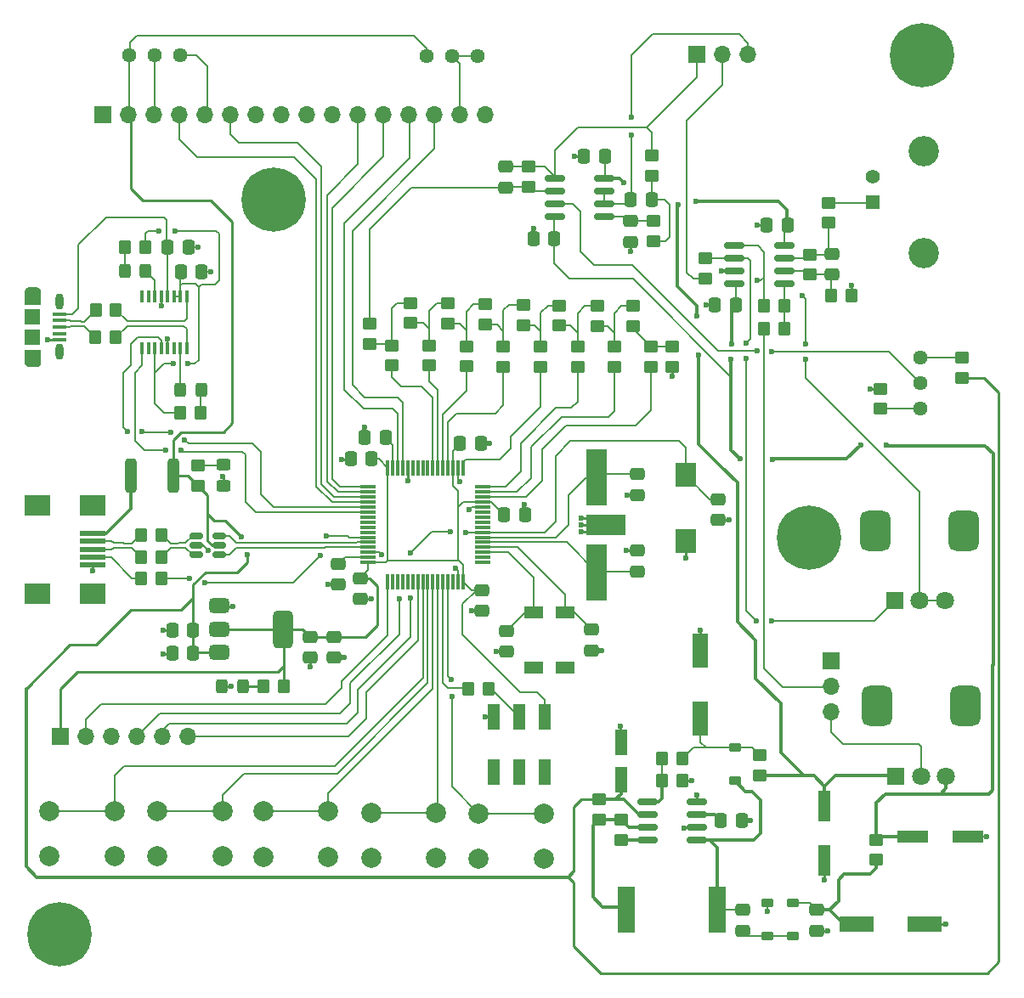
<source format=gbr>
%TF.GenerationSoftware,KiCad,Pcbnew,8.0.0*%
%TF.CreationDate,2024-05-30T16:28:29-06:00*%
%TF.ProjectId,STM32F405_DDS_Generator,53544d33-3246-4343-9035-5f4444535f47,rev?*%
%TF.SameCoordinates,Original*%
%TF.FileFunction,Copper,L1,Top*%
%TF.FilePolarity,Positive*%
%FSLAX46Y46*%
G04 Gerber Fmt 4.6, Leading zero omitted, Abs format (unit mm)*
G04 Created by KiCad (PCBNEW 8.0.0) date 2024-05-30 16:28:29*
%MOMM*%
%LPD*%
G01*
G04 APERTURE LIST*
G04 Aperture macros list*
%AMRoundRect*
0 Rectangle with rounded corners*
0 $1 Rounding radius*
0 $2 $3 $4 $5 $6 $7 $8 $9 X,Y pos of 4 corners*
0 Add a 4 corners polygon primitive as box body*
4,1,4,$2,$3,$4,$5,$6,$7,$8,$9,$2,$3,0*
0 Add four circle primitives for the rounded corners*
1,1,$1+$1,$2,$3*
1,1,$1+$1,$4,$5*
1,1,$1+$1,$6,$7*
1,1,$1+$1,$8,$9*
0 Add four rect primitives between the rounded corners*
20,1,$1+$1,$2,$3,$4,$5,0*
20,1,$1+$1,$4,$5,$6,$7,0*
20,1,$1+$1,$6,$7,$8,$9,0*
20,1,$1+$1,$8,$9,$2,$3,0*%
G04 Aperture macros list end*
%TA.AperFunction,EtchedComponent*%
%ADD10C,0.010000*%
%TD*%
%TA.AperFunction,SMDPad,CuDef*%
%ADD11RoundRect,0.250000X-0.312500X-1.450000X0.312500X-1.450000X0.312500X1.450000X-0.312500X1.450000X0*%
%TD*%
%TA.AperFunction,SMDPad,CuDef*%
%ADD12RoundRect,0.250000X-0.450000X0.350000X-0.450000X-0.350000X0.450000X-0.350000X0.450000X0.350000X0*%
%TD*%
%TA.AperFunction,SMDPad,CuDef*%
%ADD13RoundRect,0.250000X-0.475000X0.337500X-0.475000X-0.337500X0.475000X-0.337500X0.475000X0.337500X0*%
%TD*%
%TA.AperFunction,SMDPad,CuDef*%
%ADD14R,1.350000X0.400000*%
%TD*%
%TA.AperFunction,ComponentPad*%
%ADD15O,0.800000X1.600000*%
%TD*%
%TA.AperFunction,ComponentPad*%
%ADD16O,1.500000X0.750000*%
%TD*%
%TA.AperFunction,SMDPad,CuDef*%
%ADD17R,1.550000X1.500000*%
%TD*%
%TA.AperFunction,SMDPad,CuDef*%
%ADD18RoundRect,0.250000X0.475000X-0.337500X0.475000X0.337500X-0.475000X0.337500X-0.475000X-0.337500X0*%
%TD*%
%TA.AperFunction,SMDPad,CuDef*%
%ADD19R,3.048000X1.219200*%
%TD*%
%TA.AperFunction,SMDPad,CuDef*%
%ADD20RoundRect,0.250000X-0.337500X-0.475000X0.337500X-0.475000X0.337500X0.475000X-0.337500X0.475000X0*%
%TD*%
%TA.AperFunction,ComponentPad*%
%ADD21C,2.000000*%
%TD*%
%TA.AperFunction,SMDPad,CuDef*%
%ADD22RoundRect,0.150000X0.825000X0.150000X-0.825000X0.150000X-0.825000X-0.150000X0.825000X-0.150000X0*%
%TD*%
%TA.AperFunction,SMDPad,CuDef*%
%ADD23RoundRect,0.250000X-0.350000X-0.450000X0.350000X-0.450000X0.350000X0.450000X-0.350000X0.450000X0*%
%TD*%
%TA.AperFunction,SMDPad,CuDef*%
%ADD24R,2.500000X0.500000*%
%TD*%
%TA.AperFunction,SMDPad,CuDef*%
%ADD25R,2.500000X2.000000*%
%TD*%
%TA.AperFunction,SMDPad,CuDef*%
%ADD26RoundRect,0.225000X-0.375000X0.225000X-0.375000X-0.225000X0.375000X-0.225000X0.375000X0.225000X0*%
%TD*%
%TA.AperFunction,SMDPad,CuDef*%
%ADD27RoundRect,0.250000X0.350000X0.450000X-0.350000X0.450000X-0.350000X-0.450000X0.350000X-0.450000X0*%
%TD*%
%TA.AperFunction,SMDPad,CuDef*%
%ADD28RoundRect,0.250000X0.450000X-0.350000X0.450000X0.350000X-0.450000X0.350000X-0.450000X-0.350000X0*%
%TD*%
%TA.AperFunction,SMDPad,CuDef*%
%ADD29RoundRect,0.150000X-0.512500X-0.150000X0.512500X-0.150000X0.512500X0.150000X-0.512500X0.150000X0*%
%TD*%
%TA.AperFunction,SMDPad,CuDef*%
%ADD30RoundRect,0.250000X-0.325000X-0.450000X0.325000X-0.450000X0.325000X0.450000X-0.325000X0.450000X0*%
%TD*%
%TA.AperFunction,SMDPad,CuDef*%
%ADD31RoundRect,0.250000X0.337500X0.475000X-0.337500X0.475000X-0.337500X-0.475000X0.337500X-0.475000X0*%
%TD*%
%TA.AperFunction,ComponentPad*%
%ADD32R,1.700000X1.700000*%
%TD*%
%TA.AperFunction,ComponentPad*%
%ADD33O,1.700000X1.700000*%
%TD*%
%TA.AperFunction,SMDPad,CuDef*%
%ADD34R,1.900000X1.300000*%
%TD*%
%TA.AperFunction,SMDPad,CuDef*%
%ADD35RoundRect,0.075000X0.700000X0.075000X-0.700000X0.075000X-0.700000X-0.075000X0.700000X-0.075000X0*%
%TD*%
%TA.AperFunction,SMDPad,CuDef*%
%ADD36RoundRect,0.075000X0.075000X0.700000X-0.075000X0.700000X-0.075000X-0.700000X0.075000X-0.700000X0*%
%TD*%
%TA.AperFunction,SMDPad,CuDef*%
%ADD37R,2.100000X5.600000*%
%TD*%
%TA.AperFunction,SMDPad,CuDef*%
%ADD38R,4.000000X2.100000*%
%TD*%
%TA.AperFunction,SMDPad,CuDef*%
%ADD39R,3.454400X1.498600*%
%TD*%
%TA.AperFunction,SMDPad,CuDef*%
%ADD40RoundRect,0.225000X0.375000X-0.225000X0.375000X0.225000X-0.375000X0.225000X-0.375000X-0.225000X0*%
%TD*%
%TA.AperFunction,SMDPad,CuDef*%
%ADD41R,1.219200X2.514600*%
%TD*%
%TA.AperFunction,SMDPad,CuDef*%
%ADD42R,1.219200X3.048000*%
%TD*%
%TA.AperFunction,ComponentPad*%
%ADD43C,1.440000*%
%TD*%
%TA.AperFunction,SMDPad,CuDef*%
%ADD44R,0.400000X1.200000*%
%TD*%
%TA.AperFunction,SMDPad,CuDef*%
%ADD45R,1.799999X4.600001*%
%TD*%
%TA.AperFunction,SMDPad,CuDef*%
%ADD46RoundRect,0.250000X0.325000X0.450000X-0.325000X0.450000X-0.325000X-0.450000X0.325000X-0.450000X0*%
%TD*%
%TA.AperFunction,SMDPad,CuDef*%
%ADD47RoundRect,0.150000X-0.825000X-0.150000X0.825000X-0.150000X0.825000X0.150000X-0.825000X0.150000X0*%
%TD*%
%TA.AperFunction,SMDPad,CuDef*%
%ADD48RoundRect,0.375000X-0.625000X-0.375000X0.625000X-0.375000X0.625000X0.375000X-0.625000X0.375000X0*%
%TD*%
%TA.AperFunction,SMDPad,CuDef*%
%ADD49RoundRect,0.500000X-0.500000X-1.400000X0.500000X-1.400000X0.500000X1.400000X-0.500000X1.400000X0*%
%TD*%
%TA.AperFunction,ComponentPad*%
%ADD50C,0.800000*%
%TD*%
%TA.AperFunction,ComponentPad*%
%ADD51C,6.400000*%
%TD*%
%TA.AperFunction,SMDPad,CuDef*%
%ADD52RoundRect,0.250000X0.450000X-0.325000X0.450000X0.325000X-0.450000X0.325000X-0.450000X-0.325000X0*%
%TD*%
%TA.AperFunction,ComponentPad*%
%ADD53R,1.800000X1.800000*%
%TD*%
%TA.AperFunction,ComponentPad*%
%ADD54C,1.800000*%
%TD*%
%TA.AperFunction,ComponentPad*%
%ADD55RoundRect,0.750000X0.750000X-1.250000X0.750000X1.250000X-0.750000X1.250000X-0.750000X-1.250000X0*%
%TD*%
%TA.AperFunction,SMDPad,CuDef*%
%ADD56R,1.200000X2.500000*%
%TD*%
%TA.AperFunction,SMDPad,CuDef*%
%ADD57R,2.100000X2.400000*%
%TD*%
%TA.AperFunction,SMDPad,CuDef*%
%ADD58R,1.498600X3.454400*%
%TD*%
%TA.AperFunction,ComponentPad*%
%ADD59R,1.398000X1.398000*%
%TD*%
%TA.AperFunction,ComponentPad*%
%ADD60C,1.398000*%
%TD*%
%TA.AperFunction,ComponentPad*%
%ADD61C,3.015000*%
%TD*%
%TA.AperFunction,ViaPad*%
%ADD62C,0.600000*%
%TD*%
%TA.AperFunction,Conductor*%
%ADD63C,0.254000*%
%TD*%
%TA.AperFunction,Conductor*%
%ADD64C,0.203200*%
%TD*%
%TA.AperFunction,Conductor*%
%ADD65C,0.200000*%
%TD*%
%TA.AperFunction,Conductor*%
%ADD66C,0.304800*%
%TD*%
G04 APERTURE END LIST*
D10*
%TO.C,J2*%
X98918200Y-53755400D02*
X98944200Y-53757400D01*
X98970200Y-53760400D01*
X98996200Y-53765400D01*
X99021200Y-53771400D01*
X99047200Y-53778400D01*
X99071200Y-53787400D01*
X99095200Y-53797400D01*
X99119200Y-53808400D01*
X99142200Y-53821400D01*
X99164200Y-53835400D01*
X99186200Y-53849400D01*
X99207200Y-53865400D01*
X99227200Y-53882400D01*
X99246200Y-53900400D01*
X99264200Y-53919400D01*
X99281200Y-53939400D01*
X99297200Y-53960400D01*
X99311200Y-53982400D01*
X99325200Y-54004400D01*
X99338200Y-54027400D01*
X99349200Y-54051400D01*
X99359200Y-54075400D01*
X99368200Y-54099400D01*
X99375200Y-54125400D01*
X99381200Y-54150400D01*
X99386200Y-54176400D01*
X99389200Y-54202400D01*
X99391200Y-54228400D01*
X99392200Y-54254400D01*
X99392200Y-55399400D01*
X97842200Y-55399400D01*
X97842200Y-54254400D01*
X97843200Y-54228400D01*
X97845200Y-54202400D01*
X97848200Y-54176400D01*
X97853200Y-54150400D01*
X97859200Y-54125400D01*
X97866200Y-54099400D01*
X97875200Y-54075400D01*
X97885200Y-54051400D01*
X97896200Y-54027400D01*
X97909200Y-54004400D01*
X97923200Y-53982400D01*
X97937200Y-53960400D01*
X97953200Y-53939400D01*
X97970200Y-53919400D01*
X97988200Y-53900400D01*
X98007200Y-53882400D01*
X98027200Y-53865400D01*
X98048200Y-53849400D01*
X98070200Y-53835400D01*
X98092200Y-53821400D01*
X98115200Y-53808400D01*
X98139200Y-53797400D01*
X98163200Y-53787400D01*
X98187200Y-53778400D01*
X98213200Y-53771400D01*
X98238200Y-53765400D01*
X98264200Y-53760400D01*
X98290200Y-53757400D01*
X98316200Y-53755400D01*
X98342200Y-53754400D01*
X98892200Y-53754400D01*
X98918200Y-53755400D01*
%TA.AperFunction,EtchedComponent*%
G36*
X98918200Y-53755400D02*
G01*
X98944200Y-53757400D01*
X98970200Y-53760400D01*
X98996200Y-53765400D01*
X99021200Y-53771400D01*
X99047200Y-53778400D01*
X99071200Y-53787400D01*
X99095200Y-53797400D01*
X99119200Y-53808400D01*
X99142200Y-53821400D01*
X99164200Y-53835400D01*
X99186200Y-53849400D01*
X99207200Y-53865400D01*
X99227200Y-53882400D01*
X99246200Y-53900400D01*
X99264200Y-53919400D01*
X99281200Y-53939400D01*
X99297200Y-53960400D01*
X99311200Y-53982400D01*
X99325200Y-54004400D01*
X99338200Y-54027400D01*
X99349200Y-54051400D01*
X99359200Y-54075400D01*
X99368200Y-54099400D01*
X99375200Y-54125400D01*
X99381200Y-54150400D01*
X99386200Y-54176400D01*
X99389200Y-54202400D01*
X99391200Y-54228400D01*
X99392200Y-54254400D01*
X99392200Y-55399400D01*
X97842200Y-55399400D01*
X97842200Y-54254400D01*
X97843200Y-54228400D01*
X97845200Y-54202400D01*
X97848200Y-54176400D01*
X97853200Y-54150400D01*
X97859200Y-54125400D01*
X97866200Y-54099400D01*
X97875200Y-54075400D01*
X97885200Y-54051400D01*
X97896200Y-54027400D01*
X97909200Y-54004400D01*
X97923200Y-53982400D01*
X97937200Y-53960400D01*
X97953200Y-53939400D01*
X97970200Y-53919400D01*
X97988200Y-53900400D01*
X98007200Y-53882400D01*
X98027200Y-53865400D01*
X98048200Y-53849400D01*
X98070200Y-53835400D01*
X98092200Y-53821400D01*
X98115200Y-53808400D01*
X98139200Y-53797400D01*
X98163200Y-53787400D01*
X98187200Y-53778400D01*
X98213200Y-53771400D01*
X98238200Y-53765400D01*
X98264200Y-53760400D01*
X98290200Y-53757400D01*
X98316200Y-53755400D01*
X98342200Y-53754400D01*
X98892200Y-53754400D01*
X98918200Y-53755400D01*
G37*
%TD.AperFunction*%
X99392200Y-61144400D02*
X99391200Y-61170400D01*
X99389200Y-61196400D01*
X99386200Y-61222400D01*
X99381200Y-61248400D01*
X99375200Y-61273400D01*
X99368200Y-61299400D01*
X99359200Y-61323400D01*
X99349200Y-61347400D01*
X99338200Y-61371400D01*
X99325200Y-61394400D01*
X99311200Y-61416400D01*
X99297200Y-61438400D01*
X99281200Y-61459400D01*
X99264200Y-61479400D01*
X99246200Y-61498400D01*
X99227200Y-61516400D01*
X99207200Y-61533400D01*
X99186200Y-61549400D01*
X99164200Y-61563400D01*
X99142200Y-61577400D01*
X99119200Y-61590400D01*
X99095200Y-61601400D01*
X99071200Y-61611400D01*
X99047200Y-61620400D01*
X99021200Y-61627400D01*
X98996200Y-61633400D01*
X98970200Y-61638400D01*
X98944200Y-61641400D01*
X98918200Y-61643400D01*
X98892200Y-61644400D01*
X98342200Y-61644400D01*
X98316200Y-61643400D01*
X98290200Y-61641400D01*
X98264200Y-61638400D01*
X98238200Y-61633400D01*
X98213200Y-61627400D01*
X98187200Y-61620400D01*
X98163200Y-61611400D01*
X98139200Y-61601400D01*
X98115200Y-61590400D01*
X98092200Y-61577400D01*
X98070200Y-61563400D01*
X98048200Y-61549400D01*
X98027200Y-61533400D01*
X98007200Y-61516400D01*
X97988200Y-61498400D01*
X97970200Y-61479400D01*
X97953200Y-61459400D01*
X97937200Y-61438400D01*
X97923200Y-61416400D01*
X97909200Y-61394400D01*
X97896200Y-61371400D01*
X97885200Y-61347400D01*
X97875200Y-61323400D01*
X97866200Y-61299400D01*
X97859200Y-61273400D01*
X97853200Y-61248400D01*
X97848200Y-61222400D01*
X97845200Y-61196400D01*
X97843200Y-61170400D01*
X97842200Y-61144400D01*
X97842200Y-59999400D01*
X99392200Y-59999400D01*
X99392200Y-61144400D01*
%TA.AperFunction,EtchedComponent*%
G36*
X99392200Y-61144400D02*
G01*
X99391200Y-61170400D01*
X99389200Y-61196400D01*
X99386200Y-61222400D01*
X99381200Y-61248400D01*
X99375200Y-61273400D01*
X99368200Y-61299400D01*
X99359200Y-61323400D01*
X99349200Y-61347400D01*
X99338200Y-61371400D01*
X99325200Y-61394400D01*
X99311200Y-61416400D01*
X99297200Y-61438400D01*
X99281200Y-61459400D01*
X99264200Y-61479400D01*
X99246200Y-61498400D01*
X99227200Y-61516400D01*
X99207200Y-61533400D01*
X99186200Y-61549400D01*
X99164200Y-61563400D01*
X99142200Y-61577400D01*
X99119200Y-61590400D01*
X99095200Y-61601400D01*
X99071200Y-61611400D01*
X99047200Y-61620400D01*
X99021200Y-61627400D01*
X98996200Y-61633400D01*
X98970200Y-61638400D01*
X98944200Y-61641400D01*
X98918200Y-61643400D01*
X98892200Y-61644400D01*
X98342200Y-61644400D01*
X98316200Y-61643400D01*
X98290200Y-61641400D01*
X98264200Y-61638400D01*
X98238200Y-61633400D01*
X98213200Y-61627400D01*
X98187200Y-61620400D01*
X98163200Y-61611400D01*
X98139200Y-61601400D01*
X98115200Y-61590400D01*
X98092200Y-61577400D01*
X98070200Y-61563400D01*
X98048200Y-61549400D01*
X98027200Y-61533400D01*
X98007200Y-61516400D01*
X97988200Y-61498400D01*
X97970200Y-61479400D01*
X97953200Y-61459400D01*
X97937200Y-61438400D01*
X97923200Y-61416400D01*
X97909200Y-61394400D01*
X97896200Y-61371400D01*
X97885200Y-61347400D01*
X97875200Y-61323400D01*
X97866200Y-61299400D01*
X97859200Y-61273400D01*
X97853200Y-61248400D01*
X97848200Y-61222400D01*
X97845200Y-61196400D01*
X97843200Y-61170400D01*
X97842200Y-61144400D01*
X97842200Y-59999400D01*
X99392200Y-59999400D01*
X99392200Y-61144400D01*
G37*
%TD.AperFunction*%
%TD*%
D11*
%TO.P,F1,1*%
%TO.N,Net-(J1-VBUS)*%
X108403300Y-72517000D03*
%TO.P,F1,2*%
%TO.N,+5V*%
X112678300Y-72517000D03*
%TD*%
D12*
%TO.P,R39,1*%
%TO.N,Net-(U6A--)*%
X165624000Y-50892200D03*
%TO.P,R39,2*%
%TO.N,Net-(J6-Pin_2)*%
X165624000Y-52892200D03*
%TD*%
D13*
%TO.P,C12,1*%
%TO.N,/XTAL_1*%
X145872200Y-87993400D03*
%TO.P,C12,2*%
%TO.N,GND*%
X145872200Y-90068400D03*
%TD*%
D12*
%TO.P,R24,1*%
%TO.N,Net-(R23-Pad2)*%
X138150600Y-59553600D03*
%TO.P,R24,2*%
%TO.N,DAC_6*%
X138150600Y-61553600D03*
%TD*%
D14*
%TO.P,J2,1,1*%
%TO.N,FTDI_VCC*%
X101292200Y-56399400D03*
%TO.P,J2,2,2*%
%TO.N,/S-*%
X101292200Y-57049400D03*
%TO.P,J2,3,3*%
%TO.N,/S+*%
X101292200Y-57699400D03*
%TO.P,J2,4,4*%
%TO.N,unconnected-(J2-Pad4)*%
X101292200Y-58349400D03*
%TO.P,J2,5,5*%
%TO.N,GND*%
X101292200Y-58999400D03*
D15*
%TO.P,J2,S1,SHIELD*%
%TO.N,unconnected-(J2-SHIELD-PadS1)*%
X101317200Y-55199400D03*
%TO.P,J2,S2,SHIELD__1*%
%TO.N,unconnected-(J2-SHIELD__1-PadS2)*%
X101317200Y-60199400D03*
D16*
%TO.P,J2,S3,SHIELD__2*%
%TO.N,unconnected-(J2-SHIELD__2-PadS3)*%
X98617200Y-54174400D03*
D17*
%TO.P,J2,S4,SHIELD__3*%
%TO.N,unconnected-(J2-SHIELD__3-PadS4)*%
X98617200Y-56699400D03*
%TO.P,J2,S5,SHIELD__4*%
%TO.N,unconnected-(J2-SHIELD__4-PadS5)*%
X98617200Y-58699400D03*
D16*
%TO.P,J2,S6,SHIELD__5*%
%TO.N,unconnected-(J2-SHIELD__5-PadS6)*%
X98617200Y-61224400D03*
%TD*%
D18*
%TO.P,C9,1*%
%TO.N,/OSCIN*%
X158854100Y-82050800D03*
%TO.P,C9,2*%
%TO.N,GND*%
X158854100Y-79975800D03*
%TD*%
D13*
%TO.P,C10,1*%
%TO.N,/OSCOUT*%
X158904900Y-72355800D03*
%TO.P,C10,2*%
%TO.N,GND*%
X158904900Y-74430800D03*
%TD*%
D19*
%TO.P,C30,1*%
%TO.N,GND*%
X191782700Y-108483400D03*
%TO.P,C30,2*%
%TO.N,VEE*%
X186321700Y-108483400D03*
%TD*%
D13*
%TO.P,C29,1*%
%TO.N,Net-(D7-A)*%
X176784000Y-115827900D03*
%TO.P,C29,2*%
%TO.N,GND*%
X176784000Y-117902900D03*
%TD*%
D20*
%TO.P,C20,1*%
%TO.N,GND*%
X148543100Y-48895000D03*
%TO.P,C20,2*%
%TO.N,VEE*%
X150618100Y-48895000D03*
%TD*%
D21*
%TO.P,SW3,1,1*%
%TO.N,GND*%
X128091000Y-110504800D03*
X121591000Y-110504800D03*
%TO.P,SW3,2,2*%
%TO.N,/SW_CURSOR*%
X128091000Y-106004800D03*
X121591000Y-106004800D03*
%TD*%
D12*
%TO.P,R15,1*%
%TO.N,Net-(R13-Pad2)*%
X152933400Y-59680600D03*
%TO.P,R15,2*%
%TO.N,DAC_2*%
X152933400Y-61680600D03*
%TD*%
D22*
%TO.P,U7,1,SwC*%
%TO.N,Net-(D5-A)*%
X164843000Y-108850200D03*
%TO.P,U7,2,SwE*%
%TO.N,GND*%
X164843000Y-107580200D03*
%TO.P,U7,3,TC*%
%TO.N,Net-(U7-TC)*%
X164843000Y-106310200D03*
%TO.P,U7,4,GND*%
%TO.N,GND*%
X164843000Y-105040200D03*
%TO.P,U7,5,Vfb*%
%TO.N,Net-(U7-Vfb)*%
X159893000Y-105040200D03*
%TO.P,U7,6,Vin*%
%TO.N,+5V*%
X159893000Y-106310200D03*
%TO.P,U7,7,Ipk*%
%TO.N,Net-(U7-Ipk)*%
X159893000Y-107580200D03*
%TO.P,U7,8,DC*%
%TO.N,Net-(U7-DC)*%
X159893000Y-108850200D03*
%TD*%
D23*
%TO.P,R2,1*%
%TO.N,/BOOT0*%
X142052800Y-93751400D03*
%TO.P,R2,2*%
%TO.N,Net-(R2-Pad2)*%
X144052800Y-93751400D03*
%TD*%
D24*
%TO.P,J1,1,VBUS*%
%TO.N,Net-(J1-VBUS)*%
X104640800Y-78257600D03*
%TO.P,J1,2,D-*%
%TO.N,/D-*%
X104640800Y-79057600D03*
%TO.P,J1,3,D+*%
%TO.N,/D+*%
X104640800Y-79857600D03*
%TO.P,J1,4,ID*%
%TO.N,/ID*%
X104640800Y-80657600D03*
%TO.P,J1,5,GND*%
%TO.N,GND*%
X104640800Y-81457600D03*
D25*
%TO.P,J1,6,Shield*%
%TO.N,unconnected-(J1-Shield-Pad6)_2*%
X104640800Y-75457600D03*
%TO.N,unconnected-(J1-Shield-Pad6)*%
X99140800Y-75457600D03*
%TO.N,unconnected-(J1-Shield-Pad6)_1*%
X104640800Y-84257600D03*
%TO.N,unconnected-(J1-Shield-Pad6)_0*%
X99140800Y-84257600D03*
%TD*%
D26*
%TO.P,D5,1,K*%
%TO.N,Net-(D5-K)*%
X168579800Y-99620800D03*
%TO.P,D5,2,A*%
%TO.N,Net-(D5-A)*%
X168579800Y-102920800D03*
%TD*%
D13*
%TO.P,C16,1*%
%TO.N,+3.3V*%
X126263400Y-88599100D03*
%TO.P,C16,2*%
%TO.N,GND*%
X126263400Y-90674100D03*
%TD*%
D27*
%TO.P,R31,1*%
%TO.N,Net-(D5-K)*%
X163342600Y-100711000D03*
%TO.P,R31,2*%
%TO.N,Net-(U7-Vfb)*%
X161342600Y-100711000D03*
%TD*%
D12*
%TO.P,R38,1*%
%TO.N,Net-(U4B-+)*%
X160486600Y-47158400D03*
%TO.P,R38,2*%
%TO.N,Net-(C34-Pad1)*%
X160486600Y-49158400D03*
%TD*%
D28*
%TO.P,R17,1*%
%TO.N,Net-(R13-Pad2)*%
X151130000Y-57565800D03*
%TO.P,R17,2*%
%TO.N,Net-(R16-Pad1)*%
X151130000Y-55565800D03*
%TD*%
D29*
%TO.P,U2,1,I/O1*%
%TO.N,/USB_CONN_D-*%
X114965900Y-78526600D03*
%TO.P,U2,2,GND*%
%TO.N,GND*%
X114965900Y-79476600D03*
%TO.P,U2,3,I/O2*%
%TO.N,/USB_CONN_D+*%
X114965900Y-80426600D03*
%TO.P,U2,4,I/O2*%
%TO.N,/USB_D+*%
X117240900Y-80426600D03*
%TO.P,U2,5,VBUS*%
%TO.N,+5V*%
X117240900Y-79476600D03*
%TO.P,U2,6,I/O1*%
%TO.N,/USB_D-*%
X117240900Y-78526600D03*
%TD*%
D28*
%TO.P,R35,1*%
%TO.N,+5V*%
X191185800Y-62798200D03*
%TO.P,R35,2*%
%TO.N,Net-(R35-Pad2)*%
X191185800Y-60798200D03*
%TD*%
D30*
%TO.P,D1,1,K*%
%TO.N,GND*%
X117516800Y-93522800D03*
%TO.P,D1,2,A*%
%TO.N,Net-(D1-A)*%
X119566800Y-93522800D03*
%TD*%
D12*
%TO.P,R22,1*%
%TO.N,Net-(R21-Pad2)*%
X141859000Y-59629800D03*
%TO.P,R22,2*%
%TO.N,DAC_5*%
X141859000Y-61629800D03*
%TD*%
D23*
%TO.P,R7,1*%
%TO.N,Net-(D3-A)*%
X107839000Y-49758600D03*
%TO.P,R7,2*%
%TO.N,/MODE*%
X109839000Y-49758600D03*
%TD*%
D21*
%TO.P,SW2,1,1*%
%TO.N,GND*%
X117550000Y-110428600D03*
X111050000Y-110428600D03*
%TO.P,SW2,2,2*%
%TO.N,/SW_MODE*%
X117550000Y-105928600D03*
X111050000Y-105928600D03*
%TD*%
D12*
%TO.P,R26,1*%
%TO.N,Net-(R25-Pad1)*%
X134442200Y-59544200D03*
%TO.P,R26,2*%
%TO.N,DAC_7*%
X134442200Y-61544200D03*
%TD*%
D31*
%TO.P,C34,1*%
%TO.N,Net-(C34-Pad1)*%
X160320900Y-45008800D03*
%TO.P,C34,2*%
%TO.N,Net-(J6-Pin_3)*%
X158245900Y-45008800D03*
%TD*%
D28*
%TO.P,R21,1*%
%TO.N,Net-(R19-Pad2)*%
X143738600Y-57464200D03*
%TO.P,R21,2*%
%TO.N,Net-(R21-Pad2)*%
X143738600Y-55464200D03*
%TD*%
D32*
%TO.P,J6,1,Pin_1*%
%TO.N,Net-(J6-Pin_1)*%
X164820600Y-30530800D03*
D33*
%TO.P,J6,2,Pin_2*%
%TO.N,Net-(J6-Pin_2)*%
X167360600Y-30530800D03*
%TO.P,J6,3,Pin_3*%
%TO.N,Net-(J6-Pin_3)*%
X169900600Y-30530800D03*
%TD*%
D13*
%TO.P,C1,1*%
%TO.N,+3.3V*%
X131296400Y-82736900D03*
%TO.P,C1,2*%
%TO.N,GND*%
X131296400Y-84811900D03*
%TD*%
D34*
%TO.P,Y2,1*%
%TO.N,/XTAL_1*%
X148521300Y-86175400D03*
%TO.P,Y2,2,NC*%
%TO.N,unconnected-(Y2-NC-Pad2)*%
X148521300Y-91675400D03*
%TO.P,Y2,3,NC__1*%
%TO.N,unconnected-(Y2-NC__1-Pad3)*%
X151721300Y-91675400D03*
%TO.P,Y2,4*%
%TO.N,/XTAL_2*%
X151721300Y-86175400D03*
%TD*%
D12*
%TO.P,R42,1*%
%TO.N,Net-(C35-Pad2)*%
X176072800Y-50485800D03*
%TO.P,R42,2*%
%TO.N,Net-(U6B--)*%
X176072800Y-52485800D03*
%TD*%
D20*
%TO.P,C24,1*%
%TO.N,Net-(U7-TC)*%
X167201800Y-106934000D03*
%TO.P,C24,2*%
%TO.N,GND*%
X169276800Y-106934000D03*
%TD*%
D35*
%TO.P,U1,1,VBAT*%
%TO.N,unconnected-(U1-VBAT-Pad1)*%
X143433800Y-81165200D03*
%TO.P,U1,2,PC13*%
%TO.N,unconnected-(U1-PC13-Pad2)*%
X143433800Y-80665200D03*
%TO.P,U1,3,PC14*%
%TO.N,/XTAL_1*%
X143433800Y-80165200D03*
%TO.P,U1,4,PC15*%
%TO.N,/XTAL_2*%
X143433800Y-79665200D03*
%TO.P,U1,5,PH0*%
%TO.N,/OSCIN*%
X143433800Y-79165200D03*
%TO.P,U1,6,PH1*%
%TO.N,/OSCOUT*%
X143433800Y-78665200D03*
%TO.P,U1,7,NRST*%
%TO.N,/RESET*%
X143433800Y-78165200D03*
%TO.P,U1,8,PC0*%
%TO.N,unconnected-(U1-PC0-Pad8)*%
X143433800Y-77665200D03*
%TO.P,U1,9,PC1*%
%TO.N,unconnected-(U1-PC1-Pad9)*%
X143433800Y-77165200D03*
%TO.P,U1,10,PC2*%
%TO.N,unconnected-(U1-PC2-Pad10)*%
X143433800Y-76665200D03*
%TO.P,U1,11,PC3*%
%TO.N,unconnected-(U1-PC3-Pad11)*%
X143433800Y-76165200D03*
%TO.P,U1,12,VSSA*%
%TO.N,GND*%
X143433800Y-75665200D03*
%TO.P,U1,13,VDDA*%
%TO.N,+3.3V*%
X143433800Y-75165200D03*
%TO.P,U1,14,PA0*%
%TO.N,DAC_0*%
X143433800Y-74665200D03*
%TO.P,U1,15,PA1*%
%TO.N,DAC_1*%
X143433800Y-74165200D03*
%TO.P,U1,16,PA2*%
%TO.N,DAC_2*%
X143433800Y-73665200D03*
D36*
%TO.P,U1,17,PA3*%
%TO.N,DAC_3*%
X141508800Y-71740200D03*
%TO.P,U1,18,VSS*%
%TO.N,GND*%
X141008800Y-71740200D03*
%TO.P,U1,19,VDD*%
%TO.N,+3.3V*%
X140508800Y-71740200D03*
%TO.P,U1,20,PA4*%
%TO.N,DAC_4*%
X140008800Y-71740200D03*
%TO.P,U1,21,PA5*%
%TO.N,DAC_5*%
X139508800Y-71740200D03*
%TO.P,U1,22,PA6*%
%TO.N,DAC_6*%
X139008800Y-71740200D03*
%TO.P,U1,23,PA7*%
%TO.N,DAC_7*%
X138508800Y-71740200D03*
%TO.P,U1,24,PC4*%
%TO.N,unconnected-(U1-PC4-Pad24)*%
X138008800Y-71740200D03*
%TO.P,U1,25,PC5*%
%TO.N,unconnected-(U1-PC5-Pad25)*%
X137508800Y-71740200D03*
%TO.P,U1,26,PB0*%
%TO.N,unconnected-(U1-PB0-Pad26)*%
X137008800Y-71740200D03*
%TO.P,U1,27,PB1*%
%TO.N,unconnected-(U1-PB1-Pad27)*%
X136508800Y-71740200D03*
%TO.P,U1,28,PB2*%
%TO.N,GND*%
X136008800Y-71740200D03*
%TO.P,U1,29,PB10*%
%TO.N,/D7*%
X135508800Y-71740200D03*
%TO.P,U1,30,PB11*%
%TO.N,/D6*%
X135008800Y-71740200D03*
%TO.P,U1,31,VCAP_1*%
%TO.N,Net-(U1-VCAP_1)*%
X134508800Y-71740200D03*
%TO.P,U1,32,VDD*%
%TO.N,+3.3V*%
X134008800Y-71740200D03*
D35*
%TO.P,U1,33,PB12*%
%TO.N,/D5*%
X132083800Y-73665200D03*
%TO.P,U1,34,PB13*%
%TO.N,/D4*%
X132083800Y-74165200D03*
%TO.P,U1,35,PB14*%
%TO.N,/E*%
X132083800Y-74665200D03*
%TO.P,U1,36,PB15*%
%TO.N,/RS*%
X132083800Y-75165200D03*
%TO.P,U1,37,PC6*%
%TO.N,/FTDI_RX*%
X132083800Y-75665200D03*
%TO.P,U1,38,PC7*%
%TO.N,/FTDI_TX*%
X132083800Y-76165200D03*
%TO.P,U1,39,PC8*%
%TO.N,unconnected-(U1-PC8-Pad39)*%
X132083800Y-76665200D03*
%TO.P,U1,40,PC9*%
%TO.N,unconnected-(U1-PC9-Pad40)*%
X132083800Y-77165200D03*
%TO.P,U1,41,PA8*%
%TO.N,unconnected-(U1-PA8-Pad41)*%
X132083800Y-77665200D03*
%TO.P,U1,42,PA9*%
%TO.N,unconnected-(U1-PA9-Pad42)*%
X132083800Y-78165200D03*
%TO.P,U1,43,PA10*%
%TO.N,/OTG_ID*%
X132083800Y-78665200D03*
%TO.P,U1,44,PA11*%
%TO.N,/USB_D-*%
X132083800Y-79165200D03*
%TO.P,U1,45,PA12*%
%TO.N,/USB_D+*%
X132083800Y-79665200D03*
%TO.P,U1,46,PA13*%
%TO.N,/SWDIO*%
X132083800Y-80165200D03*
%TO.P,U1,47,VCAP_2*%
%TO.N,Net-(U1-VCAP_2)*%
X132083800Y-80665200D03*
%TO.P,U1,48,VDD*%
%TO.N,+3.3V*%
X132083800Y-81165200D03*
D36*
%TO.P,U1,49,PA14*%
%TO.N,/SWCLK*%
X134008800Y-83090200D03*
%TO.P,U1,50,PA15*%
%TO.N,unconnected-(U1-PA15-Pad50)*%
X134508800Y-83090200D03*
%TO.P,U1,51,PC10*%
%TO.N,unconnected-(U1-PC10-Pad51)*%
X135008800Y-83090200D03*
%TO.P,U1,52,PC11*%
%TO.N,unconnected-(U1-PC11-Pad52)*%
X135508800Y-83090200D03*
%TO.P,U1,53,PC12*%
%TO.N,unconnected-(U1-PC12-Pad53)*%
X136008800Y-83090200D03*
%TO.P,U1,54,PD2*%
%TO.N,unconnected-(U1-PD2-Pad54)*%
X136508800Y-83090200D03*
%TO.P,U1,55,PB3*%
%TO.N,/SWO*%
X137008800Y-83090200D03*
%TO.P,U1,56,PB4*%
%TO.N,/SW_RUN_STOP*%
X137508800Y-83090200D03*
%TO.P,U1,57,PB5*%
%TO.N,/SW_MODE*%
X138008800Y-83090200D03*
%TO.P,U1,58,PB6*%
%TO.N,/SW_CURSOR*%
X138508800Y-83090200D03*
%TO.P,U1,59,PB7*%
%TO.N,/SW_PLUS*%
X139008800Y-83090200D03*
%TO.P,U1,60,BOOT0*%
%TO.N,/BOOT0*%
X139508800Y-83090200D03*
%TO.P,U1,61,PB8*%
%TO.N,/SW_MINUS*%
X140008800Y-83090200D03*
%TO.P,U1,62,PB9*%
%TO.N,unconnected-(U1-PB9-Pad62)*%
X140508800Y-83090200D03*
%TO.P,U1,63,VSS*%
%TO.N,GND*%
X141008800Y-83090200D03*
%TO.P,U1,64,VDD*%
%TO.N,+3.3V*%
X141508800Y-83090200D03*
%TD*%
D28*
%TO.P,R37,1*%
%TO.N,Net-(C34-Pad1)*%
X160350200Y-42630600D03*
%TO.P,R37,2*%
%TO.N,Net-(J6-Pin_1)*%
X160350200Y-40630600D03*
%TD*%
D31*
%TO.P,C3,1*%
%TO.N,+3.3V*%
X132384700Y-70871200D03*
%TO.P,C3,2*%
%TO.N,GND*%
X130309700Y-70871200D03*
%TD*%
D26*
%TO.P,D6,1,K*%
%TO.N,GND*%
X171805600Y-115140200D03*
%TO.P,D6,2,A*%
%TO.N,Net-(D6-A)*%
X171805600Y-118440200D03*
%TD*%
D28*
%TO.P,R19,1*%
%TO.N,Net-(R16-Pad1)*%
X147523200Y-57515000D03*
%TO.P,R19,2*%
%TO.N,Net-(R19-Pad2)*%
X147523200Y-55515000D03*
%TD*%
D31*
%TO.P,C19,1*%
%TO.N,VCC*%
X155647300Y-40716200D03*
%TO.P,C19,2*%
%TO.N,GND*%
X153572300Y-40716200D03*
%TD*%
D37*
%TO.P,Y1,1*%
%TO.N,/OSCIN*%
X154840900Y-82181900D03*
%TO.P,Y1,2*%
%TO.N,/OSCOUT*%
X154840900Y-72681900D03*
D38*
%TO.P,Y1,3,GND*%
%TO.N,GND*%
X155790900Y-77431900D03*
%TD*%
D13*
%TO.P,C28,1*%
%TO.N,Net-(D5-A)*%
X169392600Y-115802500D03*
%TO.P,C28,2*%
%TO.N,Net-(D6-A)*%
X169392600Y-117877500D03*
%TD*%
D39*
%TO.P,C27,1*%
%TO.N,GND*%
X187502800Y-117221000D03*
%TO.P,C27,2*%
%TO.N,Net-(D7-A)*%
X180746400Y-117221000D03*
%TD*%
D40*
%TO.P,D7,1,K*%
%TO.N,Net-(D6-A)*%
X174371000Y-118439200D03*
%TO.P,D7,2,A*%
%TO.N,Net-(D7-A)*%
X174371000Y-115139200D03*
%TD*%
D23*
%TO.P,R4,1*%
%TO.N,/D-*%
X109439200Y-78435200D03*
%TO.P,R4,2*%
%TO.N,/USB_CONN_D-*%
X111439200Y-78435200D03*
%TD*%
%TO.P,R5,1*%
%TO.N,/ID*%
X109439200Y-82727800D03*
%TO.P,R5,2*%
%TO.N,/OTG_ID*%
X111439200Y-82727800D03*
%TD*%
D20*
%TO.P,C4,1*%
%TO.N,+3.3V*%
X141206300Y-69347200D03*
%TO.P,C4,2*%
%TO.N,GND*%
X143281300Y-69347200D03*
%TD*%
D41*
%TO.P,C23,1*%
%TO.N,+5V*%
X157237200Y-102844600D03*
%TO.P,C23,2*%
%TO.N,GND*%
X157237200Y-99136200D03*
%TD*%
D18*
%TO.P,C35,1*%
%TO.N,Net-(U6B--)*%
X178308000Y-52497900D03*
%TO.P,C35,2*%
%TO.N,Net-(C35-Pad2)*%
X178308000Y-50422900D03*
%TD*%
D32*
%TO.P,J7,1,Pin_1*%
%TO.N,GND*%
X178205600Y-90987400D03*
D33*
%TO.P,J7,2,Pin_2*%
%TO.N,Net-(J7-Pin_2)*%
X178205600Y-93527400D03*
%TO.P,J7,3,Pin_3*%
%TO.N,Net-(J7-Pin_3)*%
X178205600Y-96067400D03*
%TD*%
D12*
%TO.P,R12,1*%
%TO.N,Net-(R11-Pad2)*%
X156616400Y-59680600D03*
%TO.P,R12,2*%
%TO.N,DAC_1*%
X156616400Y-61680600D03*
%TD*%
D28*
%TO.P,R28,1*%
%TO.N,Net-(U7-Ipk)*%
X155078200Y-106791000D03*
%TO.P,R28,2*%
%TO.N,+5V*%
X155078200Y-104791000D03*
%TD*%
D12*
%TO.P,R16,1*%
%TO.N,Net-(R16-Pad1)*%
X149250400Y-59655200D03*
%TO.P,R16,2*%
%TO.N,DAC_3*%
X149250400Y-61655200D03*
%TD*%
D21*
%TO.P,SW4,1,1*%
%TO.N,GND*%
X138860600Y-110606400D03*
X132360600Y-110606400D03*
%TO.P,SW4,2,2*%
%TO.N,/SW_PLUS*%
X138860600Y-106106400D03*
X132360600Y-106106400D03*
%TD*%
D30*
%TO.P,D4,1,K*%
%TO.N,Net-(D4-K)*%
X113361800Y-63931800D03*
%TO.P,D4,2,A*%
%TO.N,Net-(D4-A)*%
X115411800Y-63931800D03*
%TD*%
D13*
%TO.P,C6,1*%
%TO.N,/RESET*%
X166956700Y-74861600D03*
%TO.P,C6,2*%
%TO.N,GND*%
X166956700Y-76936600D03*
%TD*%
D23*
%TO.P,R43,1*%
%TO.N,Net-(U6B--)*%
X178206400Y-54584600D03*
%TO.P,R43,2*%
%TO.N,GND*%
X180206400Y-54584600D03*
%TD*%
D12*
%TO.P,R1,1*%
%TO.N,Net-(D2-A)*%
X115138200Y-71526400D03*
%TO.P,R1,2*%
%TO.N,+5V*%
X115138200Y-73526400D03*
%TD*%
D32*
%TO.P,J5,1,Pin_1*%
%TO.N,GND*%
X105664000Y-36499800D03*
D33*
%TO.P,J5,2,Pin_2*%
%TO.N,+5V*%
X108204000Y-36499800D03*
%TO.P,J5,3,Pin_3*%
%TO.N,Net-(J5-Pin_3)*%
X110744000Y-36499800D03*
%TO.P,J5,4,Pin_4*%
%TO.N,/RS*%
X113284000Y-36499800D03*
%TO.P,J5,5,Pin_5*%
%TO.N,GND*%
X115824000Y-36499800D03*
%TO.P,J5,6,Pin_6*%
%TO.N,/E*%
X118364000Y-36499800D03*
%TO.P,J5,7,Pin_7*%
%TO.N,/D0*%
X120904000Y-36499800D03*
%TO.P,J5,8,Pin_8*%
%TO.N,/D1*%
X123444000Y-36499800D03*
%TO.P,J5,9,Pin_9*%
%TO.N,/D2*%
X125984000Y-36499800D03*
%TO.P,J5,10,Pin_10*%
%TO.N,/D3*%
X128524000Y-36499800D03*
%TO.P,J5,11,Pin_11*%
%TO.N,/D4*%
X131064000Y-36499800D03*
%TO.P,J5,12,Pin_12*%
%TO.N,/D5*%
X133604000Y-36499800D03*
%TO.P,J5,13,Pin_13*%
%TO.N,/D6*%
X136144000Y-36499800D03*
%TO.P,J5,14,Pin_14*%
%TO.N,/D7*%
X138684000Y-36499800D03*
%TO.P,J5,15,Pin_15*%
%TO.N,/A*%
X141224000Y-36499800D03*
%TO.P,J5,16,Pin_16*%
%TO.N,GND*%
X143764000Y-36499800D03*
%TD*%
D42*
%TO.P,C26,1*%
%TO.N,VCC*%
X177520600Y-105448100D03*
%TO.P,C26,2*%
%TO.N,GND*%
X177520600Y-110909100D03*
%TD*%
D43*
%TO.P,RV3,1,1*%
%TO.N,Net-(R35-Pad2)*%
X187096400Y-60756800D03*
%TO.P,RV3,2,2*%
%TO.N,Net-(U4A-+)*%
X187096400Y-63296800D03*
%TO.P,RV3,3,3*%
%TO.N,Net-(R36-Pad1)*%
X187096400Y-65836800D03*
%TD*%
D31*
%TO.P,C18,1*%
%TO.N,GND*%
X114165200Y-49784000D03*
%TO.P,C18,2*%
%TO.N,FTDI_VCC*%
X112090200Y-49784000D03*
%TD*%
D13*
%TO.P,C14,1*%
%TO.N,+3.3V*%
X128629500Y-88599100D03*
%TO.P,C14,2*%
%TO.N,GND*%
X128629500Y-90674100D03*
%TD*%
D21*
%TO.P,SW6,1,1*%
%TO.N,GND*%
X106780400Y-110428600D03*
X100280400Y-110428600D03*
%TO.P,SW6,2,2*%
%TO.N,/SW_RUN_STOP*%
X106780400Y-105928600D03*
X100280400Y-105928600D03*
%TD*%
D44*
%TO.P,U5,1,TXD*%
%TO.N,/FTDI_TX*%
X109550200Y-59835400D03*
%TO.P,U5,2,~{RTS}*%
%TO.N,unconnected-(U5-~{RTS}-Pad2)*%
X110185200Y-59835400D03*
%TO.P,U5,3,VCCIO*%
%TO.N,/MODE*%
X110820200Y-59835400D03*
%TO.P,U5,4,RXD*%
%TO.N,/FTDI_RX*%
X111455200Y-59835400D03*
%TO.P,U5,5,GND*%
%TO.N,GND*%
X112090200Y-59835400D03*
%TO.P,U5,6,~{CTS}*%
%TO.N,unconnected-(U5-~{CTS}-Pad6)*%
X112725200Y-59835400D03*
%TO.P,U5,7,CBUS2*%
%TO.N,Net-(D4-K)*%
X113360200Y-59835400D03*
%TO.P,U5,8,USBDP*%
%TO.N,/FTDI_D+*%
X113995200Y-59835400D03*
%TO.P,U5,9,USBDM*%
%TO.N,/FTDI_D-*%
X113995200Y-54635400D03*
%TO.P,U5,10,3V3OUT*%
%TO.N,/MODE*%
X113360200Y-54635400D03*
%TO.P,U5,11,~{RESET}*%
X112725200Y-54635400D03*
%TO.P,U5,12,VCC*%
%TO.N,FTDI_VCC*%
X112090200Y-54635400D03*
%TO.P,U5,13,GND*%
%TO.N,GND*%
X111455200Y-54635400D03*
%TO.P,U5,14,CBUS1*%
%TO.N,Net-(D3-K)*%
X110820200Y-54635400D03*
%TO.P,U5,15,CBUS0*%
%TO.N,unconnected-(U5-CBUS0-Pad15)*%
X110185200Y-54635400D03*
%TO.P,U5,16,CBUS3*%
%TO.N,unconnected-(U5-CBUS3-Pad16)*%
X109550200Y-54635400D03*
%TD*%
D27*
%TO.P,R8,1*%
%TO.N,Net-(D4-A)*%
X115376200Y-66217800D03*
%TO.P,R8,2*%
%TO.N,/MODE*%
X113376200Y-66217800D03*
%TD*%
D28*
%TO.P,R32,1*%
%TO.N,VCC*%
X171094400Y-102371400D03*
%TO.P,R32,2*%
%TO.N,Net-(D5-K)*%
X171094400Y-100371400D03*
%TD*%
%TO.P,R13,1*%
%TO.N,Net-(R11-Pad2)*%
X154863800Y-57591200D03*
%TO.P,R13,2*%
%TO.N,Net-(R13-Pad2)*%
X154863800Y-55591200D03*
%TD*%
D43*
%TO.P,RV2,1,1*%
%TO.N,/A*%
X142976600Y-30708600D03*
%TO.P,RV2,2,2*%
X140436600Y-30708600D03*
%TO.P,RV2,3,3*%
%TO.N,+5V*%
X137896600Y-30708600D03*
%TD*%
D12*
%TO.P,R20,1*%
%TO.N,Net-(R19-Pad2)*%
X145542000Y-59655200D03*
%TO.P,R20,2*%
%TO.N,DAC_4*%
X145542000Y-61655200D03*
%TD*%
D27*
%TO.P,R29,1*%
%TO.N,GND*%
X163342600Y-102895400D03*
%TO.P,R29,2*%
%TO.N,Net-(U7-Vfb)*%
X161342600Y-102895400D03*
%TD*%
D18*
%TO.P,C33,1*%
%TO.N,GND*%
X158216600Y-49221300D03*
%TO.P,C33,2*%
%TO.N,Net-(U4B-+)*%
X158216600Y-47146300D03*
%TD*%
D27*
%TO.P,R40,1*%
%TO.N,Net-(U6B-+)*%
X173516800Y-55575200D03*
%TO.P,R40,2*%
%TO.N,Net-(R40-Pad2)*%
X171516800Y-55575200D03*
%TD*%
D13*
%TO.P,C7,1*%
%TO.N,Net-(U1-VCAP_2)*%
X129090500Y-81314500D03*
%TO.P,C7,2*%
%TO.N,GND*%
X129090500Y-83389500D03*
%TD*%
D45*
%TO.P,L1,1,1*%
%TO.N,Net-(D5-A)*%
X166806000Y-115824000D03*
%TO.P,L1,2,2*%
%TO.N,Net-(U7-Ipk)*%
X157806000Y-115824000D03*
%TD*%
D12*
%TO.P,R30,1*%
%TO.N,Net-(U7-Ipk)*%
X157288000Y-106832400D03*
%TO.P,R30,2*%
%TO.N,Net-(U7-DC)*%
X157288000Y-108832400D03*
%TD*%
D31*
%TO.P,C8,1*%
%TO.N,Net-(U1-VCAP_1)*%
X133785600Y-68712200D03*
%TO.P,C8,2*%
%TO.N,GND*%
X131710600Y-68712200D03*
%TD*%
D46*
%TO.P,D3,1,K*%
%TO.N,Net-(D3-K)*%
X109855000Y-52120800D03*
%TO.P,D3,2,A*%
%TO.N,Net-(D3-A)*%
X107805000Y-52120800D03*
%TD*%
D47*
%TO.P,U4,1*%
%TO.N,Net-(J6-Pin_1)*%
X150661600Y-42875200D03*
%TO.P,U4,2,-*%
%TO.N,Net-(U4A--)*%
X150661600Y-44145200D03*
%TO.P,U4,3,+*%
%TO.N,Net-(U4A-+)*%
X150661600Y-45415200D03*
%TO.P,U4,4,V-*%
%TO.N,VEE*%
X150661600Y-46685200D03*
%TO.P,U4,5,+*%
%TO.N,Net-(U4B-+)*%
X155611600Y-46685200D03*
%TO.P,U4,6,-*%
%TO.N,Net-(J6-Pin_3)*%
X155611600Y-45415200D03*
%TO.P,U4,7*%
X155611600Y-44145200D03*
%TO.P,U4,8,V+*%
%TO.N,VCC*%
X155611600Y-42875200D03*
%TD*%
D48*
%TO.P,U3,1,GND*%
%TO.N,GND*%
X117246000Y-85519900D03*
%TO.P,U3,2,VO*%
%TO.N,+3.3V*%
X117246000Y-87819900D03*
D49*
X123546000Y-87819900D03*
D48*
%TO.P,U3,3,VI*%
%TO.N,+5V*%
X117246000Y-90119900D03*
%TD*%
D50*
%TO.P,H3,1*%
%TO.N,N/C*%
X98869800Y-118262400D03*
X99572744Y-116565344D03*
X99572744Y-119959456D03*
X101269800Y-115862400D03*
D51*
X101269800Y-118262400D03*
D50*
X101269800Y-120662400D03*
X102966856Y-116565344D03*
X102966856Y-119959456D03*
X103669800Y-118262400D03*
%TD*%
D28*
%TO.P,R18,1*%
%TO.N,GND*%
X162382200Y-61690000D03*
%TO.P,R18,2*%
%TO.N,Net-(R11-Pad1)*%
X162382200Y-59690000D03*
%TD*%
D20*
%TO.P,C17,1*%
%TO.N,/MODE*%
X113411000Y-52197000D03*
%TO.P,C17,2*%
%TO.N,GND*%
X115486000Y-52197000D03*
%TD*%
D50*
%TO.P,H1,1*%
%TO.N,N/C*%
X120251856Y-45013544D03*
X120954800Y-43316488D03*
X120954800Y-46710600D03*
X122651856Y-42613544D03*
D51*
X122651856Y-45013544D03*
D50*
X122651856Y-47413544D03*
X124348912Y-43316488D03*
X124348912Y-46710600D03*
X125051856Y-45013544D03*
%TD*%
D20*
%TO.P,C5,1*%
%TO.N,+3.3V*%
X145596700Y-76454000D03*
%TO.P,C5,2*%
%TO.N,GND*%
X147671700Y-76454000D03*
%TD*%
D31*
%TO.P,C15,1*%
%TO.N,+5V*%
X114630200Y-87960200D03*
%TO.P,C15,2*%
%TO.N,GND*%
X112555200Y-87960200D03*
%TD*%
D28*
%TO.P,R36,1*%
%TO.N,Net-(R36-Pad1)*%
X183108600Y-65871600D03*
%TO.P,R36,2*%
%TO.N,GND*%
X183108600Y-63871600D03*
%TD*%
D23*
%TO.P,R10,1*%
%TO.N,/S-*%
X104934000Y-56032400D03*
%TO.P,R10,2*%
%TO.N,/FTDI_D-*%
X106934000Y-56032400D03*
%TD*%
D28*
%TO.P,R11,1*%
%TO.N,Net-(R11-Pad1)*%
X158419800Y-57616600D03*
%TO.P,R11,2*%
%TO.N,Net-(R11-Pad2)*%
X158419800Y-55616600D03*
%TD*%
D43*
%TO.P,RV1,1,1*%
%TO.N,GND*%
X113309400Y-30607000D03*
%TO.P,RV1,2,2*%
%TO.N,Net-(J5-Pin_3)*%
X110769400Y-30607000D03*
%TO.P,RV1,3,3*%
%TO.N,+5V*%
X108229400Y-30607000D03*
%TD*%
D52*
%TO.P,D2,1,K*%
%TO.N,GND*%
X117615100Y-73503500D03*
%TO.P,D2,2,A*%
%TO.N,Net-(D2-A)*%
X117615100Y-71453500D03*
%TD*%
D32*
%TO.P,J4,1,Pin_1*%
%TO.N,+3.3V*%
X101396800Y-98475800D03*
D33*
%TO.P,J4,2,Pin_2*%
%TO.N,/SWCLK*%
X103936800Y-98475800D03*
%TO.P,J4,3,Pin_3*%
%TO.N,GND*%
X106476800Y-98475800D03*
%TO.P,J4,4,Pin_4*%
%TO.N,/SWDIO*%
X109016800Y-98475800D03*
%TO.P,J4,5,Pin_5*%
%TO.N,/RESET*%
X111556800Y-98475800D03*
%TO.P,J4,6,Pin_6*%
%TO.N,/SWO*%
X114096800Y-98475800D03*
%TD*%
D20*
%TO.P,C22,1*%
%TO.N,GND*%
X166627900Y-55528300D03*
%TO.P,C22,2*%
%TO.N,VEE*%
X168702900Y-55528300D03*
%TD*%
D23*
%TO.P,R9,1*%
%TO.N,/S+*%
X104908600Y-58724800D03*
%TO.P,R9,2*%
%TO.N,/FTDI_D+*%
X106908600Y-58724800D03*
%TD*%
D28*
%TO.P,R23,1*%
%TO.N,Net-(R21-Pad2)*%
X140030200Y-57362600D03*
%TO.P,R23,2*%
%TO.N,Net-(R23-Pad2)*%
X140030200Y-55362600D03*
%TD*%
D12*
%TO.P,R44,1*%
%TO.N,Net-(J8-Pad1)*%
X177952400Y-45329600D03*
%TO.P,R44,2*%
%TO.N,Net-(C35-Pad2)*%
X177952400Y-47329600D03*
%TD*%
D21*
%TO.P,SW5,1,1*%
%TO.N,GND*%
X149554000Y-110682600D03*
X143054000Y-110682600D03*
%TO.P,SW5,2,2*%
%TO.N,/SW_MINUS*%
X149554000Y-106182600D03*
X143054000Y-106182600D03*
%TD*%
D27*
%TO.P,R41,1*%
%TO.N,Net-(U6B-+)*%
X173542200Y-57835800D03*
%TO.P,R41,2*%
%TO.N,Net-(J7-Pin_2)*%
X171542200Y-57835800D03*
%TD*%
D31*
%TO.P,C13,1*%
%TO.N,+5V*%
X114630200Y-90242300D03*
%TO.P,C13,2*%
%TO.N,GND*%
X112555200Y-90242300D03*
%TD*%
D53*
%TO.P,RV5,1,1*%
%TO.N,VCC*%
X184647200Y-102468400D03*
D54*
%TO.P,RV5,2,2*%
%TO.N,Net-(J7-Pin_3)*%
X187147200Y-102468400D03*
%TO.P,RV5,3,3*%
%TO.N,VEE*%
X189647200Y-102468400D03*
D55*
%TO.P,RV5,MP*%
%TO.N,N/C*%
X182747200Y-95468400D03*
X191547200Y-95468400D03*
%TD*%
D12*
%TO.P,R14,1*%
%TO.N,Net-(R11-Pad1)*%
X160197800Y-59680600D03*
%TO.P,R14,2*%
%TO.N,DAC_0*%
X160197800Y-61680600D03*
%TD*%
D56*
%TO.P,S1,1*%
%TO.N,+3.3V*%
X149616800Y-96538600D03*
%TO.P,S1,2*%
%TO.N,Net-(R2-Pad2)*%
X147116800Y-96538600D03*
%TO.P,S1,3*%
%TO.N,GND*%
X144616800Y-96538600D03*
%TO.P,S1,4*%
%TO.N,unconnected-(S1-Pad4)*%
X149616800Y-102038600D03*
%TO.P,S1,5*%
%TO.N,unconnected-(S1-Pad5)*%
X147116800Y-102038600D03*
%TO.P,S1,6*%
%TO.N,unconnected-(S1-Pad6)*%
X144616800Y-102038600D03*
%TD*%
D12*
%TO.P,R27,1*%
%TO.N,Net-(J6-Pin_1)*%
X148056600Y-41748200D03*
%TO.P,R27,2*%
%TO.N,Net-(U4A--)*%
X148056600Y-43748200D03*
%TD*%
D57*
%TO.P,SW1,1,1*%
%TO.N,GND*%
X163705500Y-79080900D03*
%TO.P,SW1,2,2*%
%TO.N,/RESET*%
X163705500Y-72480900D03*
%TD*%
D12*
%TO.P,R33,1*%
%TO.N,VEE*%
X182651400Y-108829600D03*
%TO.P,R33,2*%
%TO.N,Net-(D7-A)*%
X182651400Y-110829600D03*
%TD*%
D13*
%TO.P,C11,1*%
%TO.N,/XTAL_2*%
X154305000Y-87866400D03*
%TO.P,C11,2*%
%TO.N,GND*%
X154305000Y-89941400D03*
%TD*%
D18*
%TO.P,C32,1*%
%TO.N,Net-(U4A--)*%
X145796000Y-43785700D03*
%TO.P,C32,2*%
%TO.N,Net-(J6-Pin_1)*%
X145796000Y-41710700D03*
%TD*%
D47*
%TO.P,U6,1*%
%TO.N,Net-(R40-Pad2)*%
X168554400Y-49595000D03*
%TO.P,U6,2,-*%
%TO.N,Net-(U6A--)*%
X168554400Y-50865000D03*
%TO.P,U6,3,+*%
%TO.N,GND*%
X168554400Y-52135000D03*
%TO.P,U6,4,V-*%
%TO.N,VEE*%
X168554400Y-53405000D03*
%TO.P,U6,5,+*%
%TO.N,Net-(U6B-+)*%
X173504400Y-53405000D03*
%TO.P,U6,6,-*%
%TO.N,Net-(U6B--)*%
X173504400Y-52135000D03*
%TO.P,U6,7*%
%TO.N,Net-(C35-Pad2)*%
X173504400Y-50865000D03*
%TO.P,U6,8,V+*%
%TO.N,VCC*%
X173504400Y-49595000D03*
%TD*%
D58*
%TO.P,C25,1*%
%TO.N,Net-(D5-K)*%
X165187400Y-96748600D03*
%TO.P,C25,2*%
%TO.N,GND*%
X165187400Y-89992200D03*
%TD*%
D13*
%TO.P,C2,1*%
%TO.N,+3.3V*%
X143416100Y-83930700D03*
%TO.P,C2,2*%
%TO.N,GND*%
X143416100Y-86005700D03*
%TD*%
D59*
%TO.P,J8,1,1*%
%TO.N,Net-(J8-Pad1)*%
X182318200Y-45262800D03*
D60*
%TO.P,J8,2,2*%
%TO.N,GND*%
X182318200Y-42722800D03*
D61*
%TO.P,J8,P1,SHIELD*%
%TO.N,unconnected-(J8-SHIELD-PadP1)*%
X187398200Y-40182800D03*
%TO.P,J8,P2,SHIELD__1*%
%TO.N,unconnected-(J8-SHIELD__1-PadP2)*%
X187398200Y-50342800D03*
%TD*%
D23*
%TO.P,R3,1*%
%TO.N,/D+*%
X109439200Y-80619600D03*
%TO.P,R3,2*%
%TO.N,/USB_CONN_D+*%
X111439200Y-80619600D03*
%TD*%
D12*
%TO.P,R25,1*%
%TO.N,Net-(R25-Pad1)*%
X136271000Y-55311800D03*
%TO.P,R25,2*%
%TO.N,Net-(R23-Pad2)*%
X136271000Y-57311800D03*
%TD*%
D53*
%TO.P,RV4,1,1*%
%TO.N,Net-(U6A--)*%
X184500600Y-85003400D03*
D54*
%TO.P,RV4,2,2*%
%TO.N,Net-(R40-Pad2)*%
X187000600Y-85003400D03*
%TO.P,RV4,3,3*%
X189500600Y-85003400D03*
D55*
%TO.P,RV4,MP*%
%TO.N,N/C*%
X182600600Y-78003400D03*
X191400600Y-78003400D03*
%TD*%
D12*
%TO.P,R34,1*%
%TO.N,Net-(U4A--)*%
X132232400Y-57385200D03*
%TO.P,R34,2*%
%TO.N,Net-(R25-Pad1)*%
X132232400Y-59385200D03*
%TD*%
D23*
%TO.P,R6,1*%
%TO.N,Net-(D1-A)*%
X121631200Y-93548200D03*
%TO.P,R6,2*%
%TO.N,+3.3V*%
X123631200Y-93548200D03*
%TD*%
D50*
%TO.P,H4,1*%
%TO.N,N/C*%
X173622000Y-78740000D03*
X174324944Y-77042944D03*
X174324944Y-80437056D03*
X176022000Y-76340000D03*
D51*
X176022000Y-78740000D03*
D50*
X176022000Y-81140000D03*
X177719056Y-77042944D03*
X177719056Y-80437056D03*
X178422000Y-78740000D03*
%TD*%
%TO.P,H2,1*%
%TO.N,N/C*%
X184869456Y-30627656D03*
X185572400Y-28930600D03*
X185572400Y-32324712D03*
X187269456Y-28227656D03*
D51*
X187269456Y-30627656D03*
D50*
X187269456Y-33027656D03*
X188966512Y-28930600D03*
X188966512Y-32324712D03*
X189669456Y-30627656D03*
%TD*%
D31*
%TO.P,C21,1*%
%TO.N,VCC*%
X173833700Y-47527300D03*
%TO.P,C21,2*%
%TO.N,GND*%
X171758700Y-47527300D03*
%TD*%
D62*
%TO.N,/MODE*%
X112801400Y-48107600D03*
X111252000Y-48107600D03*
%TO.N,GND*%
X115087400Y-49784000D03*
X116408200Y-52171600D03*
%TO.N,/MODE*%
X114071400Y-61366400D03*
X112674400Y-61366400D03*
%TO.N,/FTDI_RX*%
X108051600Y-68122800D03*
X109550200Y-68148200D03*
X112395000Y-68173600D03*
X113766600Y-68961000D03*
%TO.N,/FTDI_TX*%
X111887000Y-69951600D03*
X113436400Y-69951600D03*
%TO.N,GND*%
X118414800Y-93522800D03*
X165709600Y-55524400D03*
X147650200Y-75387200D03*
X177825400Y-117906800D03*
X167259000Y-52146200D03*
X140766800Y-81788000D03*
X164261800Y-102895400D03*
X153316900Y-77431900D03*
X177546000Y-112801400D03*
X128030600Y-83384200D03*
X189585600Y-117195600D03*
X153316900Y-76746100D03*
X142356200Y-86025800D03*
X118567200Y-85521800D03*
X144830800Y-90068400D03*
X167998100Y-76949300D03*
X162382200Y-62611000D03*
X180187600Y-53543200D03*
X136006200Y-73071800D03*
X111455200Y-55600600D03*
X152654000Y-40665400D03*
X157853900Y-74434700D03*
X116103400Y-79959200D03*
X126263400Y-91592400D03*
X170840400Y-47523400D03*
X142113000Y-75946000D03*
X157226000Y-97536000D03*
X163525200Y-107619800D03*
X155346400Y-89941400D03*
X111633000Y-90271600D03*
X163728400Y-80721200D03*
X171805600Y-115951000D03*
X132348600Y-84806600D03*
X165176200Y-87934800D03*
X193662300Y-108483400D03*
X157803100Y-79971900D03*
X129667000Y-90652600D03*
X164846000Y-104394000D03*
X100152200Y-59004200D03*
X182067200Y-63855600D03*
X104648000Y-82042000D03*
X117602000Y-72593200D03*
X144185000Y-69338000D03*
X170180000Y-106934000D03*
X153316900Y-78117700D03*
X141224000Y-73152000D03*
X143687800Y-96545400D03*
X111633000Y-87960200D03*
X158216600Y-50139600D03*
X131713600Y-67661600D03*
X148539200Y-47853600D03*
X129402200Y-70887400D03*
X112090200Y-58877200D03*
%TO.N,/RESET*%
X140258800Y-78130400D03*
X141782800Y-78155800D03*
X136271000Y-84734400D03*
X136296400Y-80238600D03*
%TO.N,+5V*%
X120015000Y-80365600D03*
X119430800Y-78613000D03*
%TO.N,/OTG_ID*%
X127304800Y-80518000D03*
X114274600Y-82753200D03*
X127914400Y-78511400D03*
X115824000Y-83210400D03*
%TO.N,/SWDIO*%
X133375400Y-80365600D03*
X135178800Y-84810600D03*
%TO.N,/SW_MINUS*%
X140385800Y-94513400D03*
X140360400Y-92837000D03*
%TO.N,VCC*%
X164973000Y-60477400D03*
X162941000Y-45516800D03*
X164719000Y-45161200D03*
X164795200Y-56616600D03*
X157505400Y-43281600D03*
%TO.N,VEE*%
X168249600Y-59359800D03*
X169113200Y-70840600D03*
X172339000Y-70942200D03*
X183692800Y-69469000D03*
X168224200Y-60960000D03*
X181152800Y-69443600D03*
%TO.N,Net-(J6-Pin_3)*%
X158292800Y-36830000D03*
X158267400Y-38557200D03*
%TO.N,Net-(U6A--)*%
X170764200Y-86969600D03*
X169748200Y-60858400D03*
X172237400Y-86995000D03*
X169722800Y-59334400D03*
%TO.N,Net-(R40-Pad2)*%
X170840400Y-53086000D03*
X175666400Y-60883800D03*
X175336200Y-54610000D03*
X175666400Y-59410600D03*
%TO.N,Net-(U4A-+)*%
X170789600Y-60096400D03*
X172237400Y-60121800D03*
%TD*%
D63*
%TO.N,+5V*%
X108432600Y-36728400D02*
X108204000Y-36499800D01*
X109575600Y-45059600D02*
X108432600Y-43916600D01*
X116382800Y-45059600D02*
X109575600Y-45059600D01*
X108432600Y-43916600D02*
X108432600Y-36728400D01*
X118516400Y-47193200D02*
X116382800Y-45059600D01*
X113411000Y-68199000D02*
X117627400Y-68199000D01*
X117627400Y-68199000D02*
X118516400Y-67310000D01*
X112678300Y-68931700D02*
X113411000Y-68199000D01*
X118516400Y-67310000D02*
X118516400Y-47193200D01*
X112678300Y-72517000D02*
X112678300Y-68931700D01*
D64*
%TO.N,Net-(D4-A)*%
X115376200Y-63967400D02*
X115411800Y-63931800D01*
X115376200Y-66217800D02*
X115376200Y-63967400D01*
%TO.N,/MODE*%
X116840000Y-53441600D02*
X115570000Y-53441600D01*
X117195600Y-53086000D02*
X116840000Y-53441600D01*
X117195600Y-48387000D02*
X117195600Y-53086000D01*
X116916200Y-48107600D02*
X117195600Y-48387000D01*
X112801400Y-48107600D02*
X116916200Y-48107600D01*
X110134400Y-48107600D02*
X111252000Y-48107600D01*
%TO.N,GND*%
X116382800Y-52197000D02*
X116408200Y-52171600D01*
X115486000Y-52197000D02*
X116382800Y-52197000D01*
X114165200Y-49784000D02*
X115087400Y-49784000D01*
D65*
%TO.N,/MODE*%
X115468400Y-53441600D02*
X115570000Y-53441600D01*
X115163600Y-53746400D02*
X115468400Y-53441600D01*
X114833400Y-53416200D02*
X113538000Y-53416200D01*
X113360200Y-53594000D02*
X113360200Y-52247800D01*
X113360200Y-54635400D02*
X113360200Y-53594000D01*
X115163600Y-53746400D02*
X114833400Y-53416200D01*
X115163600Y-61010800D02*
X115163600Y-53746400D01*
X114071400Y-61366400D02*
X114808000Y-61366400D01*
X111734600Y-61366400D02*
X112674400Y-61366400D01*
X110820200Y-62280800D02*
X111734600Y-61366400D01*
X114808000Y-61366400D02*
X115163600Y-61010800D01*
X110820200Y-62280800D02*
X110820200Y-65354200D01*
X110820200Y-59835400D02*
X110820200Y-62280800D01*
X113538000Y-53416200D02*
X113360200Y-53594000D01*
%TO.N,FTDI_VCC*%
X112090200Y-54635400D02*
X112090200Y-49784000D01*
X112014000Y-47015400D02*
X112014000Y-49707800D01*
X111760000Y-46761400D02*
X112014000Y-47015400D01*
X105943400Y-46761400D02*
X111760000Y-46761400D01*
X112014000Y-49707800D02*
X112090200Y-49784000D01*
X103174800Y-55803800D02*
X103174800Y-49530000D01*
X102579200Y-56399400D02*
X103174800Y-55803800D01*
X103174800Y-49530000D02*
X105943400Y-46761400D01*
X101292200Y-56399400D02*
X102579200Y-56399400D01*
D64*
%TO.N,/MODE*%
X109839000Y-48403000D02*
X110134400Y-48107600D01*
X109839000Y-49758600D02*
X109839000Y-48403000D01*
%TO.N,Net-(D4-K)*%
X113361800Y-59837000D02*
X113360200Y-59835400D01*
X113361800Y-63931800D02*
X113361800Y-59837000D01*
D65*
%TO.N,/MODE*%
X111683800Y-66217800D02*
X113376200Y-66217800D01*
X110820200Y-65354200D02*
X111683800Y-66217800D01*
X113360200Y-52247800D02*
X113411000Y-52197000D01*
D64*
%TO.N,Net-(D3-K)*%
X110820200Y-54635400D02*
X110820200Y-53086000D01*
X110820200Y-53086000D02*
X109855000Y-52120800D01*
%TO.N,Net-(D3-A)*%
X107805000Y-49792600D02*
X107839000Y-49758600D01*
X107805000Y-52120800D02*
X107805000Y-49792600D01*
%TO.N,/FTDI_RX*%
X111150400Y-58724800D02*
X109093000Y-58724800D01*
X111455200Y-59029600D02*
X111150400Y-58724800D01*
X111455200Y-59835400D02*
X111455200Y-59029600D01*
X109093000Y-58724800D02*
X108381800Y-59436000D01*
X107645200Y-62255400D02*
X108381800Y-61518800D01*
X108051600Y-68122800D02*
X107645200Y-67716400D01*
X107645200Y-67716400D02*
X107645200Y-62255400D01*
X112395000Y-68173600D02*
X109575600Y-68173600D01*
X108381800Y-61518800D02*
X108381800Y-59436000D01*
X121335800Y-74345800D02*
X121335800Y-70180200D01*
X120497600Y-69342000D02*
X114147600Y-69342000D01*
X114147600Y-69342000D02*
X113766600Y-68961000D01*
X109575600Y-68173600D02*
X109550200Y-68148200D01*
X121335800Y-70180200D02*
X120497600Y-69342000D01*
X122655200Y-75665200D02*
X121335800Y-74345800D01*
X132083800Y-75665200D02*
X122655200Y-75665200D01*
%TO.N,/FTDI_TX*%
X108813600Y-69011800D02*
X109753400Y-69951600D01*
X108813600Y-62255400D02*
X108813600Y-69011800D01*
X109753400Y-69951600D02*
X111887000Y-69951600D01*
X109550200Y-61518800D02*
X108813600Y-62255400D01*
X109550200Y-59835400D02*
X109550200Y-61518800D01*
X113639600Y-70154800D02*
X113436400Y-69951600D01*
X119811800Y-70434200D02*
X119532400Y-70154800D01*
X120843800Y-76165200D02*
X119811800Y-75133200D01*
X119532400Y-70154800D02*
X113639600Y-70154800D01*
X119811800Y-75133200D02*
X119811800Y-70434200D01*
X132083800Y-76165200D02*
X120843800Y-76165200D01*
D63*
%TO.N,GND*%
X148539200Y-47853600D02*
X148543100Y-47857500D01*
X143416100Y-86005700D02*
X142376300Y-86005700D01*
X164442100Y-79817500D02*
X163705500Y-79080900D01*
X177546000Y-110934500D02*
X177520600Y-110909100D01*
X163728400Y-79103800D02*
X163728400Y-80721200D01*
X111633000Y-87960200D02*
X112555200Y-87960200D01*
X158850200Y-79971900D02*
X158854100Y-79975800D01*
X157226000Y-97536000D02*
X157226000Y-99125000D01*
X164846000Y-104394000D02*
X164843000Y-104397000D01*
X128035900Y-83389500D02*
X129090500Y-83389500D01*
X117247900Y-85521800D02*
X117246000Y-85519900D01*
X164261800Y-102895400D02*
X163342600Y-102895400D01*
X171758700Y-47527300D02*
X171754800Y-47523400D01*
X100157000Y-58999400D02*
X100152200Y-59004200D01*
D64*
X193662300Y-108483400D02*
X191782700Y-108483400D01*
D63*
X163705500Y-79080900D02*
X163728400Y-79103800D01*
D64*
X171805600Y-115951000D02*
X171805600Y-115140200D01*
D63*
X111633000Y-90271600D02*
X112525900Y-90271600D01*
X163019700Y-79766700D02*
X163705500Y-79080900D01*
D64*
X141008800Y-71740200D02*
X141008800Y-72936800D01*
D63*
X153316900Y-78117700D02*
X155105100Y-78117700D01*
X142376300Y-86005700D02*
X142356200Y-86025800D01*
D64*
X114965900Y-79476600D02*
X115620800Y-79476600D01*
D63*
X136008800Y-71740200D02*
X136008800Y-73069200D01*
X170180000Y-106934000D02*
X169276800Y-106934000D01*
X129667000Y-90652600D02*
X129645500Y-90674100D01*
D64*
X143694600Y-96538600D02*
X143687800Y-96545400D01*
D63*
X158216600Y-49221300D02*
X158216600Y-50139600D01*
X128030600Y-83384200D02*
X128035900Y-83389500D01*
X177546000Y-112801400D02*
X177546000Y-110934500D01*
D64*
X147671700Y-75408700D02*
X147671700Y-76454000D01*
D63*
X165713500Y-55528300D02*
X165709600Y-55524400D01*
D64*
X116001800Y-31699200D02*
X116001800Y-36322000D01*
D63*
X171754800Y-47523400D02*
X170840400Y-47523400D01*
X165176200Y-87934800D02*
X165187400Y-87946000D01*
X165187400Y-87946000D02*
X165187400Y-89992200D01*
X167998100Y-76949300D02*
X166969400Y-76949300D01*
D64*
X141008800Y-72936800D02*
X141224000Y-73152000D01*
D63*
X117602000Y-72593200D02*
X117615100Y-72606300D01*
X163756300Y-79131700D02*
X163705500Y-79080900D01*
X155105100Y-78117700D02*
X155790900Y-77431900D01*
D64*
X144616800Y-96538600D02*
X143694600Y-96538600D01*
D63*
X167270200Y-52135000D02*
X168554400Y-52135000D01*
X131301700Y-84806600D02*
X131296400Y-84811900D01*
D64*
X115620800Y-79476600D02*
X116103400Y-79959200D01*
D63*
X166969400Y-76949300D02*
X166956700Y-76936600D01*
D64*
X141020800Y-83078200D02*
X141008800Y-83090200D01*
X140766800Y-81788000D02*
X141008800Y-82030000D01*
D63*
X157853900Y-74434700D02*
X158901000Y-74434700D01*
X126263400Y-90674100D02*
X126263400Y-91592400D01*
X164843000Y-104397000D02*
X164843000Y-105040200D01*
X167259000Y-52146200D02*
X167270200Y-52135000D01*
X143290500Y-69338000D02*
X143281300Y-69347200D01*
X153572300Y-40716200D02*
X152704800Y-40716200D01*
X131713600Y-67661600D02*
X131713600Y-68709200D01*
X189585600Y-117195600D02*
X187528200Y-117195600D01*
X183108600Y-63871600D02*
X182083200Y-63871600D01*
D65*
X112090200Y-58877200D02*
X112090200Y-59835400D01*
D63*
X177825400Y-117906800D02*
X177821500Y-117902900D01*
X162382200Y-62611000D02*
X162382200Y-61690000D01*
X129402200Y-70887400D02*
X130293500Y-70887400D01*
X148543100Y-47857500D02*
X148543100Y-48895000D01*
X163564800Y-107580200D02*
X163525200Y-107619800D01*
D64*
X147650200Y-75387200D02*
X147671700Y-75408700D01*
D63*
X129645500Y-90674100D02*
X128629500Y-90674100D01*
X118567200Y-85521800D02*
X117247900Y-85521800D01*
X157803100Y-79971900D02*
X158850200Y-79971900D01*
X177821500Y-117902900D02*
X176784000Y-117902900D01*
X187528200Y-117195600D02*
X187502800Y-117221000D01*
X157226000Y-99125000D02*
X157237200Y-99136200D01*
D64*
X116001800Y-36322000D02*
X115824000Y-36499800D01*
X143433800Y-75665200D02*
X142393800Y-75665200D01*
D63*
X180187600Y-54565800D02*
X180206400Y-54584600D01*
X131713600Y-68709200D02*
X131710600Y-68712200D01*
X158901000Y-74434700D02*
X158904900Y-74430800D01*
X155105100Y-76746100D02*
X155790900Y-77431900D01*
X152704800Y-40716200D02*
X152654000Y-40665400D01*
X130293500Y-70887400D02*
X130309700Y-70871200D01*
D64*
X141008800Y-82030000D02*
X141008800Y-83090200D01*
D63*
X101292200Y-58999400D02*
X100157000Y-58999400D01*
X117615100Y-72606300D02*
X117615100Y-73503500D01*
X166627900Y-55528300D02*
X165713500Y-55528300D01*
X145872200Y-90068400D02*
X144830800Y-90068400D01*
X182083200Y-63871600D02*
X182067200Y-63855600D01*
X164843000Y-107580200D02*
X163564800Y-107580200D01*
X118414800Y-93522800D02*
X117516800Y-93522800D01*
D64*
X114909600Y-30607000D02*
X116001800Y-31699200D01*
D63*
X136008800Y-73069200D02*
X136006200Y-73071800D01*
X153316900Y-76746100D02*
X155105100Y-76746100D01*
X112525900Y-90271600D02*
X112555200Y-90242300D01*
X155790900Y-77431900D02*
X153316900Y-77431900D01*
X144185000Y-69338000D02*
X143290500Y-69338000D01*
D64*
X113309400Y-30607000D02*
X114909600Y-30607000D01*
D63*
X104640800Y-82034800D02*
X104640800Y-81457600D01*
X180187600Y-53543200D02*
X180187600Y-54565800D01*
D64*
X142393800Y-75665200D02*
X142113000Y-75946000D01*
D63*
X104648000Y-82042000D02*
X104640800Y-82034800D01*
X132348600Y-84806600D02*
X131301700Y-84806600D01*
D65*
X111455200Y-55600600D02*
X111455200Y-54635400D01*
D63*
X155346400Y-89941400D02*
X154305000Y-89941400D01*
D64*
%TO.N,/SW_CURSOR*%
X128091000Y-104192000D02*
X138508800Y-93774200D01*
X121591000Y-106004800D02*
X128091000Y-106004800D01*
X128091000Y-106004800D02*
X128091000Y-104192000D01*
X138508800Y-93774200D02*
X138508800Y-83090200D01*
D63*
%TO.N,+3.3V*%
X123631200Y-91567000D02*
X123631200Y-87905100D01*
X132994400Y-87426800D02*
X132994400Y-83540600D01*
D64*
X141020800Y-80976800D02*
X141073200Y-80976800D01*
X134008800Y-80976800D02*
X141020800Y-80976800D01*
D63*
X103124000Y-92049600D02*
X101396800Y-93776800D01*
D64*
X140508800Y-70044700D02*
X141206300Y-69347200D01*
X132384700Y-70871200D02*
X133139800Y-70871200D01*
X144307900Y-75165200D02*
X145596700Y-76454000D01*
X142865900Y-83930700D02*
X143416100Y-83930700D01*
X133139800Y-70871200D02*
X134008800Y-71740200D01*
D63*
X123545600Y-91567000D02*
X123063000Y-92049600D01*
D64*
X143433800Y-75165200D02*
X141547600Y-75165200D01*
X140538200Y-71769600D02*
X140508800Y-71740200D01*
D63*
X123063000Y-92049600D02*
X103124000Y-92049600D01*
X132190700Y-82736900D02*
X131296400Y-82736900D01*
D64*
X148920200Y-94107000D02*
X147218400Y-94107000D01*
D63*
X123631200Y-91567000D02*
X123545600Y-91567000D01*
X126263400Y-88599100D02*
X128629500Y-88599100D01*
D64*
X142349300Y-83930700D02*
X143416100Y-83930700D01*
X141508800Y-83090200D02*
X142349300Y-83930700D01*
X141020800Y-75692000D02*
X141020800Y-80976800D01*
X132083800Y-81165200D02*
X132083800Y-81949500D01*
D63*
X101396800Y-93776800D02*
X101396800Y-98475800D01*
D64*
X132083800Y-81165200D02*
X133820400Y-81165200D01*
X140538200Y-73558400D02*
X140538200Y-71769600D01*
X141452600Y-85344000D02*
X142865900Y-83930700D01*
X141020800Y-74041000D02*
X140538200Y-73558400D01*
X149682200Y-94869000D02*
X148920200Y-94107000D01*
X149616800Y-96538600D02*
X149682200Y-96473200D01*
X141452600Y-88341200D02*
X141452600Y-85344000D01*
D63*
X123631200Y-93548200D02*
X123631200Y-91567000D01*
D64*
X141073200Y-80976800D02*
X141528800Y-81432400D01*
D63*
X123631200Y-87905100D02*
X123546000Y-87819900D01*
D64*
X149682200Y-96473200D02*
X149682200Y-94869000D01*
D63*
X128629500Y-88599100D02*
X131822100Y-88599100D01*
D64*
X141020800Y-75692000D02*
X141020800Y-74041000D01*
D63*
X123546000Y-87819900D02*
X125484200Y-87819900D01*
D64*
X141547600Y-75165200D02*
X141020800Y-75692000D01*
X132083800Y-81949500D02*
X131296400Y-82736900D01*
D63*
X117246000Y-87819900D02*
X123546000Y-87819900D01*
D64*
X143433800Y-75165200D02*
X144307900Y-75165200D01*
D63*
X125484200Y-87819900D02*
X126263400Y-88599100D01*
D64*
X133820400Y-81165200D02*
X134008800Y-80976800D01*
D63*
X131822100Y-88599100D02*
X132994400Y-87426800D01*
D64*
X140508800Y-71740200D02*
X140508800Y-70044700D01*
X141528800Y-81432400D02*
X141528800Y-83070200D01*
X134008800Y-71740200D02*
X134008800Y-80976800D01*
X141528800Y-83070200D02*
X141508800Y-83090200D01*
D63*
X132994400Y-83540600D02*
X132190700Y-82736900D01*
D64*
X147218400Y-94107000D02*
X141452600Y-88341200D01*
%TO.N,/BOOT0*%
X140030200Y-93726000D02*
X142027400Y-93726000D01*
X142027400Y-93726000D02*
X142052800Y-93751400D01*
X139508800Y-83090200D02*
X139508800Y-93204600D01*
X139508800Y-93204600D02*
X140030200Y-93726000D01*
%TO.N,/RESET*%
X143433800Y-78165200D02*
X149672800Y-78165200D01*
X152222200Y-69037200D02*
X163042600Y-69037200D01*
X163705500Y-69700100D02*
X163705500Y-72480900D01*
X111556800Y-98475800D02*
X111556800Y-97891600D01*
X166086200Y-74861600D02*
X163705500Y-72480900D01*
X111556800Y-97891600D02*
X112242600Y-97205800D01*
X163042600Y-69037200D02*
X163705500Y-69700100D01*
X131038600Y-93853000D02*
X136271000Y-88620600D01*
X143424400Y-78155800D02*
X143433800Y-78165200D01*
X129946400Y-97205800D02*
X131038600Y-96113600D01*
X141782800Y-78155800D02*
X143424400Y-78155800D01*
X112242600Y-97205800D02*
X129946400Y-97205800D01*
X149672800Y-78165200D02*
X150723600Y-77114400D01*
X150723600Y-70535800D02*
X152222200Y-69037200D01*
X166956700Y-74861600D02*
X166086200Y-74861600D01*
X136296400Y-80238600D02*
X138404600Y-78130400D01*
X150723600Y-77114400D02*
X150723600Y-70535800D01*
X131038600Y-96113600D02*
X131038600Y-93853000D01*
X138404600Y-78130400D02*
X140258800Y-78130400D01*
X136271000Y-88620600D02*
X136271000Y-84734400D01*
%TO.N,Net-(D2-A)*%
X115138200Y-71526400D02*
X117542200Y-71526400D01*
X117542200Y-71526400D02*
X117615100Y-71453500D01*
%TO.N,Net-(R2-Pad2)*%
X144329600Y-93751400D02*
X144052800Y-93751400D01*
X147116800Y-96538600D02*
X144329600Y-93751400D01*
%TO.N,Net-(U1-VCAP_2)*%
X132083800Y-80665200D02*
X129739800Y-80665200D01*
X129739800Y-80665200D02*
X129090500Y-81314500D01*
%TO.N,Net-(U1-VCAP_1)*%
X134508800Y-71740200D02*
X134508800Y-69435400D01*
X134508800Y-69435400D02*
X133785600Y-68712200D01*
%TO.N,/OSCIN*%
X158854100Y-82050800D02*
X154972000Y-82050800D01*
X143433800Y-79165200D02*
X151824200Y-79165200D01*
X154972000Y-82050800D02*
X154840900Y-82181900D01*
X151824200Y-79165200D02*
X154840900Y-82181900D01*
%TO.N,/OSCOUT*%
X155167000Y-72355800D02*
X154840900Y-72681900D01*
X158904900Y-72355800D02*
X155167000Y-72355800D01*
X152044400Y-74447400D02*
X153809900Y-72681900D01*
X153809900Y-72681900D02*
X154840900Y-72681900D01*
X143433800Y-78665200D02*
X150773000Y-78665200D01*
X152044400Y-77393800D02*
X152044400Y-74447400D01*
X150773000Y-78665200D02*
X152044400Y-77393800D01*
%TO.N,/XTAL_2*%
X152614000Y-86175400D02*
X154305000Y-87866400D01*
X151721300Y-84411300D02*
X151721300Y-86175400D01*
X146975200Y-79665200D02*
X151721300Y-84411300D01*
X151721300Y-86175400D02*
X152614000Y-86175400D01*
X143433800Y-79665200D02*
X146975200Y-79665200D01*
%TO.N,/XTAL_1*%
X145872200Y-87993400D02*
X147690200Y-86175400D01*
X145976600Y-80165200D02*
X148521300Y-82709900D01*
X148521300Y-82709900D02*
X148521300Y-86175400D01*
X147690200Y-86175400D02*
X148521300Y-86175400D01*
X143433800Y-80165200D02*
X145976600Y-80165200D01*
D66*
%TO.N,Net-(J1-VBUS)*%
X105968600Y-78257600D02*
X108381800Y-75844400D01*
X108381800Y-75844400D02*
X108381800Y-72538500D01*
X104640800Y-78257600D02*
X105968600Y-78257600D01*
X108381800Y-72538500D02*
X108403300Y-72517000D01*
D63*
%TO.N,+5V*%
X104978200Y-89408000D02*
X102311200Y-89408000D01*
D66*
X157237200Y-104246400D02*
X156692600Y-104791000D01*
D64*
X108356400Y-30480000D02*
X108229400Y-30607000D01*
D63*
X194894200Y-120980200D02*
X193776600Y-122097800D01*
D64*
X108229400Y-30607000D02*
X108229400Y-36474400D01*
D63*
X194894200Y-64262000D02*
X194894200Y-120980200D01*
X116078000Y-74466200D02*
X115138200Y-73526400D01*
X193776600Y-122097800D02*
X155219400Y-122097800D01*
D66*
X99060000Y-112572800D02*
X97967800Y-111480600D01*
D63*
X114630200Y-84734400D02*
X113436400Y-85928200D01*
X114630200Y-84734400D02*
X114630200Y-83388200D01*
X120015000Y-81178400D02*
X120015000Y-80365600D01*
X112678300Y-72517000D02*
X114128800Y-72517000D01*
D66*
X156692600Y-104791000D02*
X155078200Y-104791000D01*
D63*
X119430800Y-78613000D02*
X117805200Y-76987400D01*
X114630200Y-83388200D02*
X115849400Y-82169000D01*
D64*
X137896600Y-30708600D02*
X137896600Y-29972000D01*
D66*
X159066000Y-106310200D02*
X157546800Y-104791000D01*
X151993600Y-112572800D02*
X99060000Y-112572800D01*
D63*
X193421000Y-62788800D02*
X194894200Y-64262000D01*
X152552400Y-112014000D02*
X152552400Y-105562400D01*
X116078000Y-76073000D02*
X116078000Y-74466200D01*
D64*
X137896600Y-29972000D02*
X136601200Y-28676600D01*
D63*
X115849400Y-82169000D02*
X119024400Y-82169000D01*
X116078000Y-79044800D02*
X116078000Y-76073000D01*
X152527000Y-119405400D02*
X152527000Y-113106200D01*
D66*
X159893000Y-106310200D02*
X159066000Y-106310200D01*
D63*
X152552400Y-105562400D02*
X153323800Y-104791000D01*
D64*
X108356400Y-29337000D02*
X108356400Y-30480000D01*
D63*
X108458000Y-85928200D02*
X104978200Y-89408000D01*
X152527000Y-113106200D02*
X151993600Y-112572800D01*
D66*
X157546800Y-104791000D02*
X156692600Y-104791000D01*
D63*
X114752600Y-90119900D02*
X114630200Y-90242300D01*
X102311200Y-89408000D02*
X97967800Y-93751400D01*
X153323800Y-104791000D02*
X155078200Y-104791000D01*
X113436400Y-85928200D02*
X108458000Y-85928200D01*
X116713000Y-76987400D02*
X116078000Y-76352400D01*
X116509800Y-79476600D02*
X116078000Y-79044800D01*
X114630200Y-87960200D02*
X114630200Y-90242300D01*
X117246000Y-90119900D02*
X114752600Y-90119900D01*
X191185800Y-62798200D02*
X191195200Y-62788800D01*
X114630200Y-87960200D02*
X114630200Y-84734400D01*
D64*
X136601200Y-28676600D02*
X109016800Y-28676600D01*
D63*
X117805200Y-76987400D02*
X116713000Y-76987400D01*
X119024400Y-82169000D02*
X120015000Y-81178400D01*
D64*
X109016800Y-28676600D02*
X108356400Y-29337000D01*
D66*
X157237200Y-102844600D02*
X157237200Y-104246400D01*
D64*
X108229400Y-36474400D02*
X108204000Y-36499800D01*
D63*
X114128800Y-72517000D02*
X115138200Y-73526400D01*
X116078000Y-76352400D02*
X116078000Y-76073000D01*
D66*
X97967800Y-111480600D02*
X97967800Y-93751400D01*
D63*
X155219400Y-122097800D02*
X152527000Y-119405400D01*
X191195200Y-62788800D02*
X193421000Y-62788800D01*
X117240900Y-79476600D02*
X116509800Y-79476600D01*
D66*
X151993600Y-112572800D02*
X152552400Y-112014000D01*
D65*
%TO.N,/USB_CONN_D+*%
X113253006Y-79752400D02*
X113303806Y-79701600D01*
X111539200Y-80619600D02*
X112406400Y-79752400D01*
X111439200Y-80619600D02*
X111539200Y-80619600D01*
X113878400Y-79701600D02*
X114603400Y-80426600D01*
X112406400Y-79752400D02*
X113253006Y-79752400D01*
X113303806Y-79701600D02*
X113878400Y-79701600D01*
X114603400Y-80426600D02*
X114965900Y-80426600D01*
%TO.N,/USB_CONN_D-*%
X111539200Y-78435200D02*
X112406400Y-79302400D01*
X114603400Y-78526600D02*
X114965900Y-78526600D01*
X112406400Y-79302400D02*
X113080800Y-79302400D01*
X113131600Y-79251600D02*
X113878400Y-79251600D01*
X111439200Y-78435200D02*
X111539200Y-78435200D01*
X113080800Y-79302400D02*
X113131600Y-79251600D01*
X113878400Y-79251600D02*
X114603400Y-78526600D01*
D64*
%TO.N,/OTG_ID*%
X114249200Y-82727800D02*
X114274600Y-82753200D01*
X124612400Y-83210400D02*
X127304800Y-80518000D01*
X130048000Y-78511400D02*
X130201800Y-78665200D01*
X111439200Y-82727800D02*
X114249200Y-82727800D01*
X127914400Y-78511400D02*
X130048000Y-78511400D01*
X115824000Y-83210400D02*
X124612400Y-83210400D01*
X130201800Y-78665200D02*
X132083800Y-78665200D01*
D65*
%TO.N,/USB_D+*%
X130921299Y-79665200D02*
X132083800Y-79665200D01*
X117240900Y-80426600D02*
X118234651Y-80426600D01*
X118959651Y-79701600D02*
X127705606Y-79701600D01*
X130896299Y-79640200D02*
X130921299Y-79665200D01*
X127705606Y-79701600D02*
X127767006Y-79640200D01*
X118234651Y-80426600D02*
X118959651Y-79701600D01*
X127767006Y-79640200D02*
X130896299Y-79640200D01*
%TO.N,/USB_D-*%
X118959651Y-79251600D02*
X127533400Y-79251600D01*
X130896299Y-79190200D02*
X130921299Y-79165200D01*
X127594800Y-79190200D02*
X130896299Y-79190200D01*
X130921299Y-79165200D02*
X132083800Y-79165200D01*
X127533400Y-79251600D02*
X127594800Y-79190200D01*
X118234651Y-78526600D02*
X118959651Y-79251600D01*
X117240900Y-78526600D02*
X118234651Y-78526600D01*
D63*
%TO.N,Net-(D1-A)*%
X121631200Y-93548200D02*
X119592200Y-93548200D01*
X119592200Y-93548200D02*
X119566800Y-93522800D01*
D65*
%TO.N,/ID*%
X106464000Y-80657600D02*
X108534200Y-82727800D01*
X104640800Y-80657600D02*
X106464000Y-80657600D01*
X108534200Y-82727800D02*
X109439200Y-82727800D01*
%TO.N,/D-*%
X106515801Y-79057600D02*
X106690801Y-79232600D01*
X107785606Y-79302400D02*
X108472000Y-79302400D01*
X106690801Y-79232600D02*
X107715806Y-79232600D01*
X108472000Y-79302400D02*
X109339200Y-78435200D01*
X107715806Y-79232600D02*
X107785606Y-79302400D01*
X109339200Y-78435200D02*
X109439200Y-78435200D01*
X104640800Y-79057600D02*
X106515801Y-79057600D01*
%TO.N,/D+*%
X106690801Y-79682600D02*
X107543600Y-79682600D01*
X104640800Y-79857600D02*
X106515801Y-79857600D01*
X107613400Y-79752400D02*
X108472000Y-79752400D01*
X108472000Y-79752400D02*
X109339200Y-80619600D01*
X109339200Y-80619600D02*
X109439200Y-80619600D01*
X107543600Y-79682600D02*
X107613400Y-79752400D01*
X106515801Y-79857600D02*
X106690801Y-79682600D01*
%TO.N,/S+*%
X103800101Y-57616301D02*
X104908600Y-58724800D01*
X101292200Y-57699400D02*
X102304701Y-57699400D01*
X102404701Y-57599400D02*
X103301800Y-57599400D01*
X103301800Y-57599400D02*
X103318701Y-57616301D01*
X102304701Y-57699400D02*
X102404701Y-57599400D01*
X103318701Y-57616301D02*
X103800101Y-57616301D01*
%TO.N,/S-*%
X103490905Y-57166299D02*
X103800101Y-57166299D01*
X102304701Y-57049400D02*
X102404701Y-57149400D01*
X103800101Y-57166299D02*
X104934000Y-56032400D01*
X103474006Y-57149400D02*
X103490905Y-57166299D01*
X102404701Y-57149400D02*
X103474006Y-57149400D01*
X101292200Y-57049400D02*
X102304701Y-57049400D01*
%TO.N,FTDI_VCC*%
X112119500Y-54606100D02*
X112090200Y-54635400D01*
%TO.N,/FTDI_D+*%
X108042499Y-57590901D02*
X113193701Y-57590901D01*
X113995200Y-57886600D02*
X113995200Y-59835400D01*
X113193701Y-57590901D02*
X113201246Y-57598446D01*
X106908600Y-58724800D02*
X108042499Y-57590901D01*
X113201246Y-57598446D02*
X113707046Y-57598446D01*
X113707046Y-57598446D02*
X113995200Y-57886600D01*
%TO.N,/FTDI_D-*%
X113995200Y-56870600D02*
X113995200Y-54635400D01*
X106934000Y-56032400D02*
X108042499Y-57140899D01*
X108042499Y-57140899D02*
X113724901Y-57140899D01*
X113724901Y-57140899D02*
X113995200Y-56870600D01*
%TO.N,/MODE*%
X110845600Y-59860800D02*
X110820200Y-59835400D01*
X112725200Y-54635400D02*
X113360200Y-54635400D01*
D64*
%TO.N,/SWDIO*%
X109016800Y-98475800D02*
X111277400Y-96215200D01*
X135153400Y-84836000D02*
X135178800Y-84810600D01*
X111277400Y-96215200D02*
X127635000Y-96215200D01*
X133375400Y-80365600D02*
X133175000Y-80165200D01*
X130251200Y-95173800D02*
X130251200Y-93218000D01*
X133175000Y-80165200D02*
X132083800Y-80165200D01*
X135153400Y-88315800D02*
X135153400Y-84836000D01*
X130251200Y-93218000D02*
X135153400Y-88315800D01*
X129209800Y-96215200D02*
X130251200Y-95173800D01*
X127635000Y-96215200D02*
X129209800Y-96215200D01*
%TO.N,/SWCLK*%
X103936800Y-98475800D02*
X103936800Y-96799400D01*
X134008800Y-88419000D02*
X134008800Y-83090200D01*
X103936800Y-96799400D02*
X105460800Y-95275400D01*
X127812800Y-95275400D02*
X129438400Y-93649800D01*
X129438400Y-92989400D02*
X134008800Y-88419000D01*
X129438400Y-93649800D02*
X129438400Y-92989400D01*
X105460800Y-95275400D02*
X127812800Y-95275400D01*
%TO.N,/SWO*%
X137008800Y-88975000D02*
X137008800Y-83090200D01*
X131876800Y-94107000D02*
X137008800Y-88975000D01*
X130124200Y-98475800D02*
X131876800Y-96723200D01*
X131876800Y-96723200D02*
X131876800Y-94107000D01*
X114096800Y-98475800D02*
X130124200Y-98475800D01*
%TO.N,/E*%
X125018800Y-39344600D02*
X119202200Y-39344600D01*
X128691000Y-74665200D02*
X127406400Y-73380600D01*
X127406400Y-41732200D02*
X125018800Y-39344600D01*
X132083800Y-74665200D02*
X128691000Y-74665200D01*
X127406400Y-73380600D02*
X127406400Y-41732200D01*
X119202200Y-39344600D02*
X118364000Y-38506400D01*
X118364000Y-38506400D02*
X118364000Y-36499800D01*
%TO.N,/RS*%
X126898400Y-73609200D02*
X126898400Y-42951400D01*
X113284000Y-38963600D02*
X113284000Y-36499800D01*
X128454400Y-75165200D02*
X126898400Y-73609200D01*
X126898400Y-42951400D02*
X124688600Y-40741600D01*
X132083800Y-75165200D02*
X128454400Y-75165200D01*
X115062000Y-40741600D02*
X113284000Y-38963600D01*
X124688600Y-40741600D02*
X115062000Y-40741600D01*
%TO.N,/D4*%
X127990600Y-73101200D02*
X127990600Y-44551600D01*
X129054600Y-74165200D02*
X127990600Y-73101200D01*
X131064000Y-41478200D02*
X131064000Y-36499800D01*
X127990600Y-44551600D02*
X131064000Y-41478200D01*
X132083800Y-74165200D02*
X129054600Y-74165200D01*
%TO.N,/A*%
X141224000Y-36499800D02*
X141224000Y-31496000D01*
X140436600Y-30708600D02*
X142976600Y-30708600D01*
X141224000Y-31496000D02*
X140436600Y-30708600D01*
%TO.N,/D6*%
X136194800Y-36550600D02*
X136144000Y-36499800D01*
X129667000Y-63931800D02*
X129667000Y-47345600D01*
X135008800Y-71740200D02*
X135008800Y-66378000D01*
X135008800Y-66378000D02*
X134493000Y-65862200D01*
X136194800Y-40817800D02*
X136194800Y-36550600D01*
X134493000Y-65862200D02*
X131597400Y-65862200D01*
X129667000Y-47345600D02*
X136194800Y-40817800D01*
X131597400Y-65862200D02*
X129667000Y-63931800D01*
%TO.N,/D5*%
X128447800Y-72821800D02*
X128447800Y-45821600D01*
X129291200Y-73665200D02*
X128447800Y-72821800D01*
X132083800Y-73665200D02*
X129291200Y-73665200D01*
X128447800Y-45821600D02*
X133604000Y-40665400D01*
X133604000Y-40665400D02*
X133604000Y-36499800D01*
%TO.N,/D7*%
X130479800Y-63500000D02*
X131724400Y-64744600D01*
X130479800Y-48133000D02*
X130479800Y-63500000D01*
X138684000Y-39928800D02*
X130479800Y-48133000D01*
X131724400Y-64744600D02*
X135026400Y-64744600D01*
X135026400Y-64744600D02*
X135534400Y-65252600D01*
X135534400Y-71714600D02*
X135508800Y-71740200D01*
X135534400Y-65252600D02*
X135534400Y-71714600D01*
X138684000Y-36499800D02*
X138684000Y-39928800D01*
%TO.N,Net-(J5-Pin_3)*%
X110769400Y-36474400D02*
X110744000Y-36499800D01*
X110769400Y-30607000D02*
X110769400Y-36474400D01*
%TO.N,/SW_MODE*%
X111050000Y-105928600D02*
X117550000Y-105928600D01*
X117550000Y-104369800D02*
X119710200Y-102209600D01*
X128955800Y-102209600D02*
X138008800Y-93156600D01*
X119710200Y-102209600D02*
X128955800Y-102209600D01*
X117550000Y-105928600D02*
X117550000Y-104369800D01*
X138008800Y-93156600D02*
X138008800Y-83090200D01*
%TO.N,/SW_PLUS*%
X139008800Y-83090200D02*
X139008800Y-105958200D01*
X132360600Y-106106400D02*
X138860600Y-106106400D01*
X139008800Y-105958200D02*
X138860600Y-106106400D01*
%TO.N,/SW_MINUS*%
X143054000Y-106182600D02*
X149554000Y-106182600D01*
X140008800Y-92485400D02*
X140360400Y-92837000D01*
X140385800Y-94513400D02*
X140385800Y-103514400D01*
X140385800Y-103514400D02*
X143054000Y-106182600D01*
X140008800Y-83090200D02*
X140008800Y-92485400D01*
%TO.N,/SW_RUN_STOP*%
X107721400Y-101473000D02*
X128752600Y-101473000D01*
X100280400Y-105928600D02*
X106780400Y-105928600D01*
X106780400Y-102414000D02*
X107721400Y-101473000D01*
X137508800Y-92716800D02*
X128752600Y-101473000D01*
X137508800Y-83090200D02*
X137508800Y-92716800D01*
X106780400Y-105928600D02*
X106780400Y-102414000D01*
D66*
%TO.N,VCC*%
X176453800Y-102412800D02*
X177520600Y-103479600D01*
X164719000Y-45161200D02*
X172923200Y-45161200D01*
X164795200Y-55956200D02*
X164795200Y-55549800D01*
X164973000Y-69367400D02*
X164973000Y-60477400D01*
X172923200Y-45161200D02*
X173786800Y-46024800D01*
X167208200Y-71602600D02*
X164973000Y-69367400D01*
D64*
X173833700Y-47527300D02*
X173504400Y-47856600D01*
D66*
X173202600Y-95250000D02*
X170688000Y-92735400D01*
X157505400Y-43281600D02*
X157099000Y-42875200D01*
X173786800Y-47480400D02*
X173833700Y-47527300D01*
D64*
X155647300Y-40716200D02*
X155647300Y-42839500D01*
D66*
X164795200Y-56616600D02*
X164795200Y-55956200D01*
X175514000Y-102412800D02*
X176453800Y-102412800D01*
X173202600Y-97536000D02*
X173202600Y-95250000D01*
D64*
X155647300Y-42839500D02*
X155611600Y-42875200D01*
D66*
X173202600Y-100101400D02*
X173202600Y-97536000D01*
X170688000Y-92735400D02*
X170688000Y-88950800D01*
X173786800Y-46024800D02*
X173786800Y-47480400D01*
X162890200Y-53644800D02*
X162890200Y-45567600D01*
X177520600Y-105448100D02*
X177520600Y-103479600D01*
X170688000Y-88950800D02*
X168833800Y-87096600D01*
X157099000Y-42875200D02*
X155611600Y-42875200D01*
X171094400Y-102371400D02*
X171135800Y-102412800D01*
X175514000Y-102412800D02*
X173202600Y-100101400D01*
X168833800Y-73228200D02*
X167208200Y-71602600D01*
D64*
X173504400Y-47856600D02*
X173504400Y-49595000D01*
D66*
X162890200Y-45567600D02*
X162941000Y-45516800D01*
X177520600Y-103479600D02*
X178587400Y-102412800D01*
X164795200Y-55549800D02*
X162890200Y-53644800D01*
X171135800Y-102412800D02*
X175514000Y-102412800D01*
X168833800Y-75920600D02*
X168833800Y-73228200D01*
X168833800Y-87096600D02*
X168833800Y-75920600D01*
X184591600Y-102412800D02*
X184647200Y-102468400D01*
X178587400Y-102412800D02*
X184591600Y-102412800D01*
%TO.N,VEE*%
X194335400Y-91363800D02*
X194335400Y-70358000D01*
X182997600Y-108483400D02*
X182651400Y-108829600D01*
X172415200Y-70866000D02*
X172339000Y-70942200D01*
D64*
X150618100Y-48895000D02*
X150618100Y-46728700D01*
D66*
X194335400Y-70358000D02*
X193497200Y-69519800D01*
D64*
X158419800Y-52857400D02*
X168224200Y-62661800D01*
D66*
X194310000Y-91389200D02*
X194335400Y-91363800D01*
X168249600Y-55981600D02*
X168702900Y-55528300D01*
D64*
X152146000Y-52857400D02*
X158419800Y-52857400D01*
D66*
X189103000Y-104241600D02*
X189647200Y-103697400D01*
X179374800Y-70866000D02*
X172415200Y-70866000D01*
X193497200Y-69519800D02*
X183743600Y-69519800D01*
X194310000Y-103835200D02*
X194310000Y-91389200D01*
X181152800Y-69443600D02*
X179730400Y-70866000D01*
X183565800Y-104241600D02*
X189103000Y-104241600D01*
X168249600Y-59359800D02*
X168249600Y-55981600D01*
D64*
X168224200Y-62661800D02*
X168224200Y-62992000D01*
X168702900Y-55528300D02*
X168702900Y-53553500D01*
D66*
X179730400Y-70866000D02*
X179374800Y-70866000D01*
X189103000Y-104241600D02*
X193903600Y-104241600D01*
D64*
X150618100Y-48895000D02*
X150618100Y-51329500D01*
D66*
X182651400Y-105156000D02*
X183565800Y-104241600D01*
X193903600Y-104241600D02*
X194310000Y-103835200D01*
X168224200Y-69951600D02*
X168224200Y-62992000D01*
D64*
X168702900Y-53553500D02*
X168554400Y-53405000D01*
D66*
X189647200Y-103697400D02*
X189647200Y-102468400D01*
X169113200Y-70840600D02*
X168224200Y-69951600D01*
X168224200Y-62992000D02*
X168224200Y-60960000D01*
D64*
X150618100Y-51329500D02*
X152146000Y-52857400D01*
D66*
X183743600Y-69519800D02*
X183692800Y-69469000D01*
X182651400Y-108829600D02*
X182651400Y-105156000D01*
X186321700Y-108483400D02*
X182997600Y-108483400D01*
D64*
X150618100Y-46728700D02*
X150661600Y-46685200D01*
%TO.N,Net-(R11-Pad1)*%
X160197800Y-59680600D02*
X162372800Y-59680600D01*
X162372800Y-59680600D02*
X162382200Y-59690000D01*
X158419800Y-57616600D02*
X158419800Y-57902600D01*
X158419800Y-57902600D02*
X160197800Y-59680600D01*
%TO.N,Net-(R11-Pad2)*%
X157311600Y-55616600D02*
X158419800Y-55616600D01*
X155889200Y-57591200D02*
X156616400Y-58318400D01*
X156616400Y-58318400D02*
X156616400Y-56311800D01*
X156616400Y-59680600D02*
X156616400Y-58318400D01*
X154863800Y-57591200D02*
X155889200Y-57591200D01*
X156616400Y-56311800D02*
X157311600Y-55616600D01*
%TO.N,Net-(R13-Pad2)*%
X152933400Y-56311800D02*
X153654000Y-55591200D01*
X151130000Y-57565800D02*
X152206200Y-57565800D01*
X153654000Y-55591200D02*
X154863800Y-55591200D01*
X152933400Y-58293000D02*
X152933400Y-56311800D01*
X152206200Y-57565800D02*
X152933400Y-58293000D01*
X152933400Y-59680600D02*
X152933400Y-58293000D01*
%TO.N,Net-(R16-Pad1)*%
X149250400Y-56286400D02*
X149971000Y-55565800D01*
X149971000Y-55565800D02*
X151130000Y-55565800D01*
X148599400Y-57515000D02*
X149250400Y-58166000D01*
X149250400Y-59655200D02*
X149250400Y-58166000D01*
X149250400Y-58166000D02*
X149250400Y-56286400D01*
X147523200Y-57515000D02*
X148599400Y-57515000D01*
%TO.N,Net-(R19-Pad2)*%
X145542000Y-56032400D02*
X146059400Y-55515000D01*
X144916400Y-57464200D02*
X145542000Y-58089800D01*
X146059400Y-55515000D02*
X147523200Y-55515000D01*
X145542000Y-58089800D02*
X145542000Y-56032400D01*
X145542000Y-59655200D02*
X145542000Y-58089800D01*
X143738600Y-57464200D02*
X144916400Y-57464200D01*
%TO.N,Net-(R21-Pad2)*%
X142554200Y-55464200D02*
X143738600Y-55464200D01*
X141859000Y-56159400D02*
X142554200Y-55464200D01*
X141859000Y-59629800D02*
X141859000Y-58039000D01*
X141182600Y-57362600D02*
X141859000Y-58039000D01*
X140030200Y-57362600D02*
X141182600Y-57362600D01*
X141859000Y-58039000D02*
X141859000Y-56159400D01*
%TO.N,Net-(R23-Pad2)*%
X137550400Y-57311800D02*
X138150600Y-57912000D01*
X138896600Y-55362600D02*
X140030200Y-55362600D01*
X138150600Y-59553600D02*
X138150600Y-57912000D01*
X138150600Y-57912000D02*
X138150600Y-56108600D01*
X136271000Y-57311800D02*
X137550400Y-57311800D01*
X138150600Y-56108600D02*
X138896600Y-55362600D01*
%TO.N,Net-(U4A--)*%
X132232400Y-47955200D02*
X136401900Y-43785700D01*
X132232400Y-57385200D02*
X132232400Y-47955200D01*
X136401900Y-43785700D02*
X145796000Y-43785700D01*
X150661600Y-44145200D02*
X148453600Y-44145200D01*
X145833500Y-43748200D02*
X145796000Y-43785700D01*
X148453600Y-44145200D02*
X148056600Y-43748200D01*
X148056600Y-43748200D02*
X145833500Y-43748200D01*
%TO.N,DAC_1*%
X148310600Y-72745600D02*
X148310600Y-69646800D01*
X146891000Y-74165200D02*
X148310600Y-72745600D01*
X156616400Y-66065400D02*
X156616400Y-61680600D01*
X156032200Y-66649600D02*
X156616400Y-66065400D01*
X148310600Y-69646800D02*
X151307800Y-66649600D01*
X143433800Y-74165200D02*
X146891000Y-74165200D01*
X151307800Y-66649600D02*
X156032200Y-66649600D01*
%TO.N,DAC_0*%
X160274000Y-61756800D02*
X160197800Y-61680600D01*
X143433800Y-74665200D02*
X147813400Y-74665200D01*
X149428200Y-73050400D02*
X149428200Y-69926200D01*
X149428200Y-69926200D02*
X151790400Y-67564000D01*
X160274000Y-65963800D02*
X160274000Y-61756800D01*
X158673800Y-67564000D02*
X160274000Y-65963800D01*
X151790400Y-67564000D02*
X158673800Y-67564000D01*
X147813400Y-74665200D02*
X149428200Y-73050400D01*
%TO.N,DAC_2*%
X143433800Y-73665200D02*
X145740000Y-73665200D01*
X152298400Y-65786000D02*
X152933400Y-65151000D01*
X145740000Y-73665200D02*
X147294600Y-72110600D01*
X147294600Y-72110600D02*
X147294600Y-69265800D01*
X150774400Y-65786000D02*
X152298400Y-65786000D01*
X147294600Y-69265800D02*
X150774400Y-65786000D01*
X152933400Y-65151000D02*
X152933400Y-61680600D01*
%TO.N,DAC_3*%
X141508800Y-71740200D02*
X141508800Y-71190800D01*
X146253200Y-69850000D02*
X146253200Y-68656200D01*
X146253200Y-68656200D02*
X149250400Y-65659000D01*
X149250400Y-65659000D02*
X149250400Y-61655200D01*
X145186400Y-70916800D02*
X146253200Y-69850000D01*
X141508800Y-71190800D02*
X141782800Y-70916800D01*
X141782800Y-70916800D02*
X145186400Y-70916800D01*
%TO.N,DAC_4*%
X140843000Y-66344800D02*
X144729200Y-66344800D01*
X140008800Y-71740200D02*
X140008800Y-67179000D01*
X145542000Y-65532000D02*
X145542000Y-61655200D01*
X144729200Y-66344800D02*
X145542000Y-65532000D01*
X140008800Y-67179000D02*
X140843000Y-66344800D01*
%TO.N,DAC_5*%
X139508800Y-71740200D02*
X139508800Y-66434400D01*
X141859000Y-64084200D02*
X141859000Y-61629800D01*
X139508800Y-66434400D02*
X141859000Y-64084200D01*
%TO.N,DAC_6*%
X139008800Y-71740200D02*
X139008800Y-63951800D01*
X139008800Y-63951800D02*
X138150600Y-63093600D01*
X138150600Y-63093600D02*
X138150600Y-61553600D01*
%TO.N,DAC_7*%
X138508800Y-64772600D02*
X137363200Y-63627000D01*
X137363200Y-63627000D02*
X135382000Y-63627000D01*
X134442200Y-62687200D02*
X134442200Y-61544200D01*
X135382000Y-63627000D02*
X134442200Y-62687200D01*
X138508800Y-71740200D02*
X138508800Y-64772600D01*
D66*
%TO.N,Net-(U7-TC)*%
X164843000Y-106310200D02*
X166578000Y-106310200D01*
X166578000Y-106310200D02*
X167201800Y-106934000D01*
D64*
%TO.N,Net-(D5-K)*%
X165187400Y-99073200D02*
X165187400Y-96748600D01*
X165735000Y-99620800D02*
X168579800Y-99620800D01*
X163342600Y-100711000D02*
X164432800Y-99620800D01*
X165735000Y-99620800D02*
X165187400Y-99073200D01*
D66*
X165187400Y-96748600D02*
X165074600Y-96861400D01*
D64*
X170343800Y-99620800D02*
X168579800Y-99620800D01*
X164432800Y-99620800D02*
X165735000Y-99620800D01*
X171094400Y-100371400D02*
X170343800Y-99620800D01*
D66*
%TO.N,Net-(D5-A)*%
X166801800Y-109601000D02*
X166801800Y-115819800D01*
X166051000Y-108850200D02*
X170473600Y-108850200D01*
X169646600Y-103987600D02*
X168579800Y-102920800D01*
X171170600Y-104876600D02*
X170281600Y-103987600D01*
X170473600Y-108850200D02*
X171170600Y-108153200D01*
X166801800Y-115819800D02*
X166806000Y-115824000D01*
D64*
X166827500Y-115802500D02*
X166806000Y-115824000D01*
D66*
X164843000Y-108850200D02*
X166051000Y-108850200D01*
D64*
X169392600Y-115802500D02*
X166827500Y-115802500D01*
D66*
X171170600Y-108153200D02*
X171170600Y-104876600D01*
X166051000Y-108850200D02*
X166801800Y-109601000D01*
X170281600Y-103987600D02*
X169646600Y-103987600D01*
D64*
%TO.N,Net-(D6-A)*%
X171806600Y-118439200D02*
X171805600Y-118440200D01*
X174371000Y-118439200D02*
X171806600Y-118439200D01*
X169392600Y-117877500D02*
X169955300Y-118440200D01*
X169955300Y-118440200D02*
X171805600Y-118440200D01*
D66*
%TO.N,Net-(D7-A)*%
X182041800Y-112268000D02*
X179451000Y-112268000D01*
X182651400Y-110829600D02*
X182651400Y-111658400D01*
X178917600Y-114960400D02*
X178054000Y-115824000D01*
D64*
X176095300Y-115139200D02*
X176784000Y-115827900D01*
D66*
X179451000Y-117221000D02*
X178054000Y-115824000D01*
X178054000Y-115824000D02*
X176787900Y-115824000D01*
X182651400Y-111658400D02*
X182041800Y-112268000D01*
X180746400Y-117221000D02*
X179451000Y-117221000D01*
X179451000Y-112268000D02*
X178917600Y-112801400D01*
D64*
X174371000Y-115139200D02*
X176095300Y-115139200D01*
D66*
X176787900Y-115824000D02*
X176784000Y-115827900D01*
X176695300Y-115739200D02*
X176784000Y-115827900D01*
X178917600Y-112801400D02*
X178917600Y-114960400D01*
%TO.N,Net-(U7-Vfb)*%
X161342600Y-104671600D02*
X161342600Y-102895400D01*
X160974000Y-105040200D02*
X161342600Y-104671600D01*
D64*
X161342600Y-100711000D02*
X161342600Y-102895400D01*
D66*
X159893000Y-105040200D02*
X160974000Y-105040200D01*
%TO.N,Net-(U7-DC)*%
X157288000Y-108832400D02*
X159875200Y-108832400D01*
X159875200Y-108832400D02*
X159893000Y-108850200D01*
D64*
%TO.N,Net-(J6-Pin_1)*%
X148019100Y-41710700D02*
X148056600Y-41748200D01*
X150661600Y-40067000D02*
X152958800Y-37769800D01*
X150661600Y-42875200D02*
X150661600Y-40067000D01*
X150661600Y-42875200D02*
X150661600Y-42737000D01*
X159842200Y-37769800D02*
X164820600Y-32791400D01*
X149672800Y-41748200D02*
X148056600Y-41748200D01*
X150661600Y-42737000D02*
X149672800Y-41748200D01*
X145796000Y-41710700D02*
X148019100Y-41710700D01*
X160350200Y-38277800D02*
X159842200Y-37769800D01*
X152958800Y-37769800D02*
X159842200Y-37769800D01*
X160350200Y-40630600D02*
X160350200Y-38277800D01*
X164820600Y-32791400D02*
X164820600Y-30530800D01*
%TO.N,Net-(U4B-+)*%
X157755500Y-46685200D02*
X155611600Y-46685200D01*
X158216600Y-47146300D02*
X157755500Y-46685200D01*
X158228700Y-47158400D02*
X158216600Y-47146300D01*
X160486600Y-47158400D02*
X158228700Y-47158400D01*
%TO.N,Net-(C34-Pad1)*%
X161594800Y-45008800D02*
X162128200Y-45542200D01*
X162128200Y-45542200D02*
X162128200Y-48742600D01*
X160320900Y-42659900D02*
X160350200Y-42630600D01*
X160320900Y-45008800D02*
X160320900Y-42659900D01*
X162128200Y-48742600D02*
X161712400Y-49158400D01*
X160320900Y-45008800D02*
X161594800Y-45008800D01*
X161712400Y-49158400D02*
X160486600Y-49158400D01*
%TO.N,Net-(J6-Pin_3)*%
X158245900Y-45008800D02*
X158267400Y-44987300D01*
X158267400Y-44987300D02*
X158267400Y-38557200D01*
X158292800Y-30607000D02*
X160375600Y-28524200D01*
X158292800Y-36830000D02*
X158292800Y-30607000D01*
X157839500Y-45415200D02*
X158245900Y-45008800D01*
X155611600Y-44145200D02*
X155611600Y-45415200D01*
X155611600Y-45415200D02*
X157839500Y-45415200D01*
X169900600Y-29413200D02*
X169900600Y-30530800D01*
X160375600Y-28524200D02*
X169011600Y-28524200D01*
X169011600Y-28524200D02*
X169900600Y-29413200D01*
%TO.N,Net-(C35-Pad2)*%
X178245100Y-50485800D02*
X178308000Y-50422900D01*
X176072800Y-50485800D02*
X178245100Y-50485800D01*
X175693600Y-50865000D02*
X176072800Y-50485800D01*
X173504400Y-50865000D02*
X175693600Y-50865000D01*
X177952400Y-50067300D02*
X178308000Y-50422900D01*
X177952400Y-47329600D02*
X177952400Y-50067300D01*
%TO.N,Net-(U6B--)*%
X175722000Y-52135000D02*
X176072800Y-52485800D01*
X176072800Y-52485800D02*
X178295900Y-52485800D01*
X178206400Y-52599500D02*
X178308000Y-52497900D01*
X178295900Y-52485800D02*
X178308000Y-52497900D01*
X178206400Y-54584600D02*
X178206400Y-52599500D01*
X173504400Y-52135000D02*
X175722000Y-52135000D01*
%TO.N,Net-(J6-Pin_2)*%
X163830000Y-52247800D02*
X163830000Y-37134800D01*
X165624000Y-52892200D02*
X164474400Y-52892200D01*
X167360600Y-33604200D02*
X167360600Y-30530800D01*
X164474400Y-52892200D02*
X163830000Y-52247800D01*
X163830000Y-37134800D02*
X167360600Y-33604200D01*
%TO.N,Net-(J7-Pin_2)*%
X173380400Y-93624400D02*
X178108600Y-93624400D01*
X171542200Y-91786200D02*
X173380400Y-93624400D01*
X178108600Y-93624400D02*
X178205600Y-93527400D01*
X171542200Y-57835800D02*
X171542200Y-91786200D01*
%TO.N,Net-(J7-Pin_3)*%
X186893200Y-99314000D02*
X187147200Y-99568000D01*
X187147200Y-99568000D02*
X187147200Y-102468400D01*
X178205600Y-96067400D02*
X178205600Y-98119400D01*
X178205600Y-98119400D02*
X179400200Y-99314000D01*
X179400200Y-99314000D02*
X186893200Y-99314000D01*
%TO.N,Net-(R25-Pad1)*%
X134442200Y-55803800D02*
X134934200Y-55311800D01*
X132232400Y-59385200D02*
X134283200Y-59385200D01*
X134934200Y-55311800D02*
X136271000Y-55311800D01*
X134283200Y-59385200D02*
X134442200Y-59544200D01*
X134442200Y-59544200D02*
X134442200Y-55803800D01*
%TO.N,Net-(R35-Pad2)*%
X187137800Y-60798200D02*
X187096400Y-60756800D01*
X191185800Y-60798200D02*
X187137800Y-60798200D01*
%TO.N,Net-(R36-Pad1)*%
X183108600Y-65871600D02*
X187061600Y-65871600D01*
X187061600Y-65871600D02*
X187096400Y-65836800D01*
%TO.N,Net-(U6A--)*%
X172237400Y-86995000D02*
X182509000Y-86995000D01*
X170154600Y-51130200D02*
X170154600Y-55727600D01*
X169748200Y-60858400D02*
X169748200Y-85953600D01*
X182509000Y-86995000D02*
X184500600Y-85003400D01*
X168527200Y-50892200D02*
X168554400Y-50865000D01*
X170154600Y-58902600D02*
X169722800Y-59334400D01*
X170154600Y-55727600D02*
X170154600Y-58902600D01*
X168554400Y-50865000D02*
X168568600Y-50850800D01*
X169875200Y-50850800D02*
X170154600Y-51130200D01*
X165624000Y-50892200D02*
X168527200Y-50892200D01*
X168568600Y-50850800D02*
X169875200Y-50850800D01*
X169748200Y-85953600D02*
X170764200Y-86969600D01*
%TO.N,Net-(U6B-+)*%
X173504400Y-53405000D02*
X173504400Y-55562800D01*
X173516800Y-55575200D02*
X173516800Y-57810400D01*
X173504400Y-55562800D02*
X173516800Y-55575200D01*
X173516800Y-57810400D02*
X173542200Y-57835800D01*
%TO.N,Net-(R40-Pad2)*%
X168554400Y-49595000D02*
X170880000Y-49595000D01*
X170880000Y-49595000D02*
X171516800Y-50231800D01*
X189500600Y-85003400D02*
X187000600Y-85003400D01*
X175666400Y-62763400D02*
X175666400Y-60883800D01*
X187000600Y-74097600D02*
X176504600Y-63601600D01*
X175666400Y-59410600D02*
X175666400Y-54940200D01*
X171516800Y-52755800D02*
X171516800Y-55575200D01*
X171186600Y-53086000D02*
X171516800Y-52755800D01*
X175666400Y-54940200D02*
X175336200Y-54610000D01*
X176504600Y-63601600D02*
X175666400Y-62763400D01*
X171516800Y-50231800D02*
X171516800Y-52755800D01*
X187000600Y-85003400D02*
X187000600Y-74097600D01*
X170840400Y-53086000D02*
X171186600Y-53086000D01*
%TO.N,Net-(U4A-+)*%
X172262800Y-60147200D02*
X172237400Y-60121800D01*
X153212800Y-46151800D02*
X152476200Y-45415200D01*
X152476200Y-45415200D02*
X150661600Y-45415200D01*
X153212800Y-50165000D02*
X153212800Y-46151800D01*
X154559000Y-51511200D02*
X153212800Y-50165000D01*
X183946800Y-60147200D02*
X179679600Y-60147200D01*
X179679600Y-60147200D02*
X172262800Y-60147200D01*
X166928800Y-60096400D02*
X158343600Y-51511200D01*
X170789600Y-60096400D02*
X166928800Y-60096400D01*
X158343600Y-51511200D02*
X154559000Y-51511200D01*
X187096400Y-63296800D02*
X183946800Y-60147200D01*
%TO.N,Net-(J8-Pad1)*%
X177952400Y-45329600D02*
X182251400Y-45329600D01*
X182251400Y-45329600D02*
X182318200Y-45262800D01*
D66*
%TO.N,Net-(U7-Ipk)*%
X155078200Y-106791000D02*
X154482800Y-107386400D01*
X158035800Y-107580200D02*
X157288000Y-106832400D01*
X155119600Y-106832400D02*
X155078200Y-106791000D01*
X154482800Y-114528600D02*
X155448000Y-115493800D01*
X157475800Y-115493800D02*
X157806000Y-115824000D01*
X154482800Y-107386400D02*
X154482800Y-114528600D01*
X159893000Y-107580200D02*
X158035800Y-107580200D01*
X157288000Y-106832400D02*
X155119600Y-106832400D01*
X155448000Y-115493800D02*
X157475800Y-115493800D01*
%TD*%
M02*

</source>
